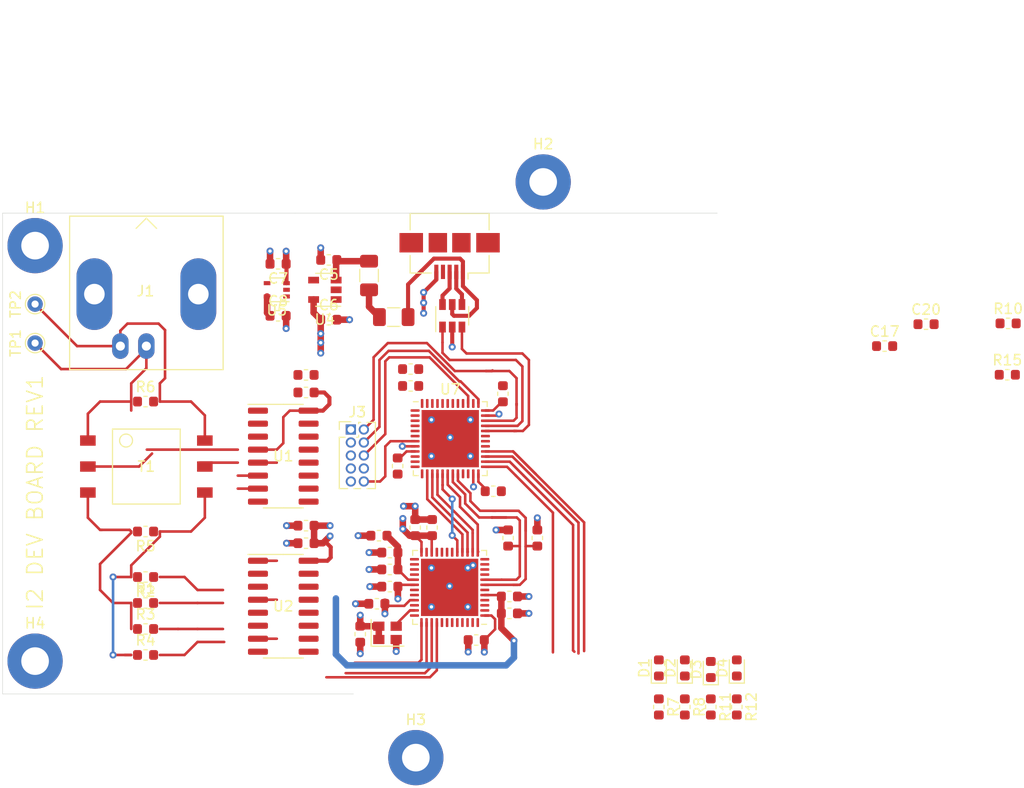
<source format=kicad_pcb>
(kicad_pcb (version 20171130) (host pcbnew 5.1.6)
  (layers (0 F.Cu signal) (1 In1.Cu power) (2 In2.Cu power) (31 B.Cu signal) (34 B.Paste user) (35 F.Paste user) (36 B.SilkS user) (37 F.SilkS user) (38 B.Mask user) (39 F.Mask user) (44 Edge.Cuts user))
  (net 0 "")
  (net 1 GND)
  (net 2 +3V3)
  (net 3 "Net-(R1-Pad2)")
  (net 4 TX+)
  (net 5 TX-)
  (net 6 "Net-(R2-Pad1)")
  (net 7 "Net-(R3-Pad2)")
  (net 8 "Net-(R4-Pad2)")
  (net 9 "Net-(J1-Pad2)")
  (net 10 "Net-(J1-Pad1)")
  (net 11 RX-)
  (net 12 RX+)
  (net 13 "Net-(C5-Pad1)")
  (net 14 +1V2)
  (net 15 +5V)
  (net 16 "Net-(F1-Pad1)")
  (net 17 USB_CONN_D-)
  (net 18 USB_CONN_D+)
  (net 19 "Net-(J2-Pad6)")
  (net 20 RX)
  (net 21 ~TX)
  (net 22 TX_ACTIVE)
  (net 23 TX_DELAY)
  (net 24 "Net-(U3-Pad35)")
  (net 25 USB_D-)
  (net 26 USB_D+)
  (net 27 ICE40_SDI)
  (net 28 ~ICE40_CS)
  (net 29 ICE40_SCK)
  (net 30 ICE40_SDO)
  (net 31 ~ICE40_CRESET)
  (net 32 ICE40_CDONE)
  (net 33 LED_STATUS)
  (net 34 STM32_BOOT0)
  (net 35 LED_TX)
  (net 36 LED_RX)
  (net 37 LED_ERROR)
  (net 38 STM32_SWO)
  (net 39 STM32_SWCLK)
  (net 40 STM32_SWDIO)
  (net 41 COAX_IRQ)
  (net 42 ~STM32_RESET)
  (net 43 "Net-(C15-Pad1)")
  (net 44 "Net-(D1-Pad1)")
  (net 45 "Net-(D2-Pad1)")
  (net 46 "Net-(D3-Pad1)")
  (net 47 "Net-(D4-Pad1)")
  (module Capacitor_SMD:C_0603_1608Metric (layer F.Cu) (at 49.276 96.8248 180)
    (fp_text reference C25)
    (fp_text value 0.1uF)
    (pad 2 smd roundrect (at 0.7875 0 180) (size 0.875 0.95) (layers F.Cu F.Paste F.Mask) (net 1 GND))
    (pad 1 smd roundrect (at -0.7875 0 180) (size 0.875 0.95) (layers F.Cu F.Paste F.Mask) (net 14 +1V2))
  )
  (module Connector_PinHeader_1.27mm:PinHeader_2x05_P1.27mm_Vertical (layer F.Cu) (at 45.466 81.4705)
    (fp_text reference J3 (at 0.635 -1.695) (layer F.SilkS))
    (fp_text value Conn_02x05_Odd_Even)
    (pad 10 thru_hole oval (at 1.27 5.08) (size 1 1) (drill 0.65) (layers *.Cu *.Mask) (net 42 ~STM32_RESET))
    (pad 9 thru_hole oval (at 0 5.08) (size 1 1) (drill 0.65) (layers *.Cu *.Mask) (net 1 GND))
    (pad 8 thru_hole oval (at 1.27 3.81) (size 1 1) (drill 0.65) (layers *.Cu *.Mask))
    (pad 7 thru_hole oval (at 0 3.81) (size 1 1) (drill 0.65) (layers *.Cu *.Mask))
    (pad 6 thru_hole oval (at 1.27 2.54) (size 1 1) (drill 0.65) (layers *.Cu *.Mask) (net 38 STM32_SWO))
    (pad 5 thru_hole oval (at 0 2.54) (size 1 1) (drill 0.65) (layers *.Cu *.Mask) (net 1 GND))
    (pad 4 thru_hole oval (at 1.27 1.27) (size 1 1) (drill 0.65) (layers *.Cu *.Mask) (net 39 STM32_SWCLK))
    (pad 3 thru_hole oval (at 0 1.27) (size 1 1) (drill 0.65) (layers *.Cu *.Mask) (net 1 GND))
    (pad 2 thru_hole oval (at 1.27 0) (size 1 1) (drill 0.65) (layers *.Cu *.Mask) (net 40 STM32_SWDIO))
    (pad 1 thru_hole rect (at 0 0) (size 1 1) (drill 0.65) (layers *.Cu *.Mask) (net 2 +3V3))
  )
  (module MountingHole:MountingHole_2.7mm_M2.5_Pad (layer F.Cu) (at 14.605 104.105)
    (fp_text reference H4 (at 0 -3.7) (layer F.SilkS))
    (fp_text value MountingHole_Pad)
    (pad 1 thru_hole circle (at 0 0) (size 5.4 5.4) (drill 2.7) (layers *.Cu *.Mask) (net 1 GND))
  )
  (module MountingHole:MountingHole_2.7mm_M2.5_Pad (layer F.Cu) (at 51.816 113.538)
    (fp_text reference H3 (at 0 -3.7) (layer F.SilkS))
    (fp_text value MountingHole_Pad)
    (pad 1 thru_hole circle (at 0 0) (size 5.4 5.4) (drill 2.7) (layers *.Cu *.Mask) (net 1 GND))
  )
  (module MountingHole:MountingHole_2.7mm_M2.5_Pad (layer F.Cu) (at 64.262 57.277)
    (fp_text reference H2 (at 0 -3.7) (layer F.SilkS))
    (fp_text value MountingHole_Pad)
    (pad 1 thru_hole circle (at 0 0) (size 5.4 5.4) (drill 2.7) (layers *.Cu *.Mask) (net 1 GND))
  )
  (module MountingHole:MountingHole_2.7mm_M2.5_Pad (layer F.Cu) (at 14.605 63.5)
    (fp_text reference H1 (at 0 -3.7) (layer F.SilkS))
    (fp_text value MountingHole_Pad)
    (pad 1 thru_hole circle (at 0 0) (size 5.4 5.4) (drill 2.7) (layers *.Cu *.Mask) (net 1 GND))
  )
  (module Resistor_SMD:R_0603_1608Metric (layer F.Cu) (at 109.62 76.12)
    (fp_text reference R15 (at 0 -1.43) (layer F.SilkS))
    (fp_text value 10k)
    (pad 2 smd roundrect (at 0.7875 0) (size 0.875 0.95) (layers F.Cu F.Paste F.Mask) (net 34 STM32_BOOT0))
    (pad 1 smd roundrect (at -0.7875 0) (size 0.875 0.95) (layers F.Cu F.Paste F.Mask) (net 2 +3V3))
  )
  (module Resistor_SMD:R_0603_1608Metric (layer F.Cu) (at 49.276 95.1484)
    (fp_text reference R14)
    (fp_text value 100)
    (pad 2 smd roundrect (at 0.7875 0) (size 0.875 0.95) (layers F.Cu F.Paste F.Mask) (net 43 "Net-(C15-Pad1)"))
    (pad 1 smd roundrect (at -0.7875 0) (size 0.875 0.95) (layers F.Cu F.Paste F.Mask) (net 14 +1V2))
  )
  (module Resistor_SMD:R_0603_1608Metric (layer F.Cu) (at 63.6905 92.075 270)
    (fp_text reference R13)
    (fp_text value 10k)
    (pad 2 smd roundrect (at 0.7875 0 270) (size 0.875 0.95) (layers F.Cu F.Paste F.Mask) (net 32 ICE40_CDONE))
    (pad 1 smd roundrect (at -0.7875 0 270) (size 0.875 0.95) (layers F.Cu F.Paste F.Mask) (net 2 +3V3))
  )
  (module Resistor_SMD:R_0603_1608Metric (layer F.Cu) (at 83.185 108.585 270)
    (fp_text reference R12 (at 0 -1.43 90) (layer F.SilkS))
    (fp_text value xxx)
    (pad 2 smd roundrect (at 0.7875 0 270) (size 0.875 0.95) (layers F.Cu F.Paste F.Mask) (net 1 GND))
    (pad 1 smd roundrect (at -0.7875 0 270) (size 0.875 0.95) (layers F.Cu F.Paste F.Mask) (net 47 "Net-(D4-Pad1)"))
  )
  (module Resistor_SMD:R_0603_1608Metric (layer F.Cu) (at 80.645 108.585 270)
    (fp_text reference R11 (at 0 -1.43 90) (layer F.SilkS))
    (fp_text value xxx)
    (pad 2 smd roundrect (at 0.7875 0 270) (size 0.875 0.95) (layers F.Cu F.Paste F.Mask) (net 1 GND))
    (pad 1 smd roundrect (at -0.7875 0 270) (size 0.875 0.95) (layers F.Cu F.Paste F.Mask) (net 46 "Net-(D3-Pad1)"))
  )
  (module Resistor_SMD:R_0603_1608Metric (layer F.Cu) (at 109.7 71.1)
    (fp_text reference R10 (at 0 -1.43) (layer F.SilkS))
    (fp_text value 10k)
    (pad 2 smd roundrect (at 0.7875 0) (size 0.875 0.95) (layers F.Cu F.Paste F.Mask) (net 1 GND))
    (pad 1 smd roundrect (at -0.7875 0) (size 0.875 0.95) (layers F.Cu F.Paste F.Mask) (net 28 ~ICE40_CS))
  )
  (module Resistor_SMD:R_0603_1608Metric (layer F.Cu) (at 60.833 92.075 270)
    (fp_text reference R9)
    (fp_text value 10k)
    (pad 2 smd roundrect (at 0.7875 0 270) (size 0.875 0.95) (layers F.Cu F.Paste F.Mask) (net 31 ~ICE40_CRESET))
    (pad 1 smd roundrect (at -0.7875 0 270) (size 0.875 0.95) (layers F.Cu F.Paste F.Mask) (net 2 +3V3))
  )
  (module Resistor_SMD:R_0603_1608Metric (layer F.Cu) (at 78.105 108.585 270)
    (fp_text reference R8 (at 0 -1.43 90) (layer F.SilkS))
    (fp_text value xxx)
    (pad 2 smd roundrect (at 0.7875 0 270) (size 0.875 0.95) (layers F.Cu F.Paste F.Mask) (net 1 GND))
    (pad 1 smd roundrect (at -0.7875 0 270) (size 0.875 0.95) (layers F.Cu F.Paste F.Mask) (net 45 "Net-(D2-Pad1)"))
  )
  (module Resistor_SMD:R_0603_1608Metric (layer F.Cu) (at 75.565 108.585 270)
    (fp_text reference R7 (at 0 -1.43 90) (layer F.SilkS))
    (fp_text value xxx)
    (pad 2 smd roundrect (at 0.7875 0 270) (size 0.875 0.95) (layers F.Cu F.Paste F.Mask) (net 1 GND))
    (pad 1 smd roundrect (at -0.7875 0 270) (size 0.875 0.95) (layers F.Cu F.Paste F.Mask) (net 44 "Net-(D1-Pad1)"))
  )
  (module Resistor_SMD:R_0603_1608Metric (layer F.Cu) (at 25.4 78.74)
    (fp_text reference R6 (at 0 -1.43) (layer F.SilkS))
    (fp_text value 120)
    (pad 2 smd roundrect (at 0.7875 0) (size 0.875 0.95) (layers F.Cu F.Paste F.Mask) (net 9 "Net-(J1-Pad2)"))
    (pad 1 smd roundrect (at -0.7875 0) (size 0.875 0.95) (layers F.Cu F.Paste F.Mask) (net 10 "Net-(J1-Pad1)"))
  )
  (module Resistor_SMD:R_0603_1608Metric (layer F.Cu) (at 25.4 91.44 180)
    (fp_text reference R5 (at 0 -1.43) (layer F.SilkS))
    (fp_text value 510)
    (pad 2 smd roundrect (at 0.7875 0 180) (size 0.875 0.95) (layers F.Cu F.Paste F.Mask) (net 4 TX+))
    (pad 1 smd roundrect (at -0.7875 0 180) (size 0.875 0.95) (layers F.Cu F.Paste F.Mask) (net 5 TX-))
  )
  (module Resistor_SMD:R_0603_1608Metric (layer F.Cu) (at 25.4 103.505)
    (fp_text reference R4 (at 0 -1.43) (layer F.SilkS))
    (fp_text value 33)
    (pad 2 smd roundrect (at 0.7875 0) (size 0.875 0.95) (layers F.Cu F.Paste F.Mask) (net 8 "Net-(R4-Pad2)"))
    (pad 1 smd roundrect (at -0.7875 0) (size 0.875 0.95) (layers F.Cu F.Paste F.Mask) (net 5 TX-))
  )
  (module Resistor_SMD:R_0603_1608Metric (layer F.Cu) (at 25.4 100.965)
    (fp_text reference R3 (at 0 -1.43) (layer F.SilkS))
    (fp_text value 33)
    (pad 2 smd roundrect (at 0.7875 0) (size 0.875 0.95) (layers F.Cu F.Paste F.Mask) (net 7 "Net-(R3-Pad2)"))
    (pad 1 smd roundrect (at -0.7875 0) (size 0.875 0.95) (layers F.Cu F.Paste F.Mask) (net 4 TX+))
  )
  (module Resistor_SMD:R_0603_1608Metric (layer F.Cu) (at 25.4 95.885 180)
    (fp_text reference R2 (at 0 -1.43) (layer F.SilkS))
    (fp_text value 150)
    (pad 2 smd roundrect (at 0.7875 0 180) (size 0.875 0.95) (layers F.Cu F.Paste F.Mask) (net 5 TX-))
    (pad 1 smd roundrect (at -0.7875 0 180) (size 0.875 0.95) (layers F.Cu F.Paste F.Mask) (net 6 "Net-(R2-Pad1)"))
  )
  (module Resistor_SMD:R_0603_1608Metric (layer F.Cu) (at 25.4 98.425)
    (fp_text reference R1 (at 0 -1.43) (layer F.SilkS))
    (fp_text value 150)
    (pad 2 smd roundrect (at 0.7875 0) (size 0.875 0.95) (layers F.Cu F.Paste F.Mask) (net 3 "Net-(R1-Pad2)"))
    (pad 1 smd roundrect (at -0.7875 0) (size 0.875 0.95) (layers F.Cu F.Paste F.Mask) (net 4 TX+))
  )
  (module LED_SMD:LED_0603_1608Metric (layer F.Cu) (at 83.185 104.775 90)
    (fp_text reference D4 (at 0 -1.43 90) (layer F.SilkS))
    (fp_text value LED)
    (pad 2 smd roundrect (at 0.7875 0 90) (size 0.875 0.95) (layers F.Cu F.Paste F.Mask) (net 37 LED_ERROR))
    (pad 1 smd roundrect (at -0.7875 0 90) (size 0.875 0.95) (layers F.Cu F.Paste F.Mask) (net 47 "Net-(D4-Pad1)"))
  )
  (module LED_SMD:LED_0603_1608Metric (layer F.Cu) (at 80.645 104.9275 90)
    (fp_text reference D3 (at 0 -1.43 90) (layer F.SilkS))
    (fp_text value LED)
    (pad 2 smd roundrect (at 0.7875 0 90) (size 0.875 0.95) (layers F.Cu F.Paste F.Mask) (net 36 LED_RX))
    (pad 1 smd roundrect (at -0.7875 0 90) (size 0.875 0.95) (layers F.Cu F.Paste F.Mask) (net 46 "Net-(D3-Pad1)"))
  )
  (module LED_SMD:LED_0603_1608Metric (layer F.Cu) (at 78.105 104.775 90)
    (fp_text reference D2 (at 0 -1.43 90) (layer F.SilkS))
    (fp_text value LED)
    (pad 2 smd roundrect (at 0.7875 0 90) (size 0.875 0.95) (layers F.Cu F.Paste F.Mask) (net 35 LED_TX))
    (pad 1 smd roundrect (at -0.7875 0 90) (size 0.875 0.95) (layers F.Cu F.Paste F.Mask) (net 45 "Net-(D2-Pad1)"))
  )
  (module LED_SMD:LED_0603_1608Metric (layer F.Cu) (at 75.565 104.775 90)
    (fp_text reference D1 (at 0 -1.43 90) (layer F.SilkS))
    (fp_text value LED)
    (pad 2 smd roundrect (at 0.7875 0 90) (size 0.875 0.95) (layers F.Cu F.Paste F.Mask) (net 33 LED_STATUS))
    (pad 1 smd roundrect (at -0.7875 0 90) (size 0.875 0.95) (layers F.Cu F.Paste F.Mask) (net 44 "Net-(D1-Pad1)"))
  )
  (module Capacitor_SMD:C_0603_1608Metric (layer F.Cu) (at 53.4035 91.059 90)
    (fp_text reference C24)
    (fp_text value 0.1uF)
    (pad 2 smd roundrect (at 0.7875 0 90) (size 0.875 0.95) (layers F.Cu F.Paste F.Mask) (net 1 GND))
    (pad 1 smd roundrect (at -0.7875 0 90) (size 0.875 0.95) (layers F.Cu F.Paste F.Mask) (net 2 +3V3))
  )
  (module Capacitor_SMD:C_0603_1608Metric (layer F.Cu) (at 48.006 98.5012 180)
    (fp_text reference C23)
    (fp_text value 0.1uF)
    (pad 2 smd roundrect (at 0.7875 0 180) (size 0.875 0.95) (layers F.Cu F.Paste F.Mask) (net 1 GND))
    (pad 1 smd roundrect (at -0.7875 0 180) (size 0.875 0.95) (layers F.Cu F.Paste F.Mask) (net 2 +3V3))
  )
  (module Capacitor_SMD:C_0603_1608Metric (layer F.Cu) (at 51.7525 91.059 90)
    (fp_text reference C22)
    (fp_text value 0.1uF)
    (pad 2 smd roundrect (at 0.7875 0 90) (size 0.875 0.95) (layers F.Cu F.Paste F.Mask) (net 1 GND))
    (pad 1 smd roundrect (at -0.7875 0 90) (size 0.875 0.95) (layers F.Cu F.Paste F.Mask) (net 2 +3V3))
  )
  (module Capacitor_SMD:C_0603_1608Metric (layer F.Cu) (at 57.7215 102.0445 180)
    (fp_text reference C21)
    (fp_text value 0.1uF)
    (pad 2 smd roundrect (at 0.7875 0 180) (size 0.875 0.95) (layers F.Cu F.Paste F.Mask) (net 1 GND))
    (pad 1 smd roundrect (at -0.7875 0 180) (size 0.875 0.95) (layers F.Cu F.Paste F.Mask) (net 2 +3V3))
  )
  (module Capacitor_SMD:C_0603_1608Metric (layer F.Cu) (at 101.68 71.18)
    (fp_text reference C20 (at 0 -1.43) (layer F.SilkS))
    (fp_text value 1uF)
    (pad 2 smd roundrect (at 0.7875 0) (size 0.875 0.95) (layers F.Cu F.Paste F.Mask) (net 1 GND))
    (pad 1 smd roundrect (at -0.7875 0) (size 0.875 0.95) (layers F.Cu F.Paste F.Mask) (net 2 +3V3))
  )
  (module Capacitor_SMD:C_0603_1608Metric (layer F.Cu) (at 60.96 97.79)
    (fp_text reference C19)
    (fp_text value 0.1uF)
    (pad 2 smd roundrect (at 0.7875 0) (size 0.875 0.95) (layers F.Cu F.Paste F.Mask) (net 1 GND))
    (pad 1 smd roundrect (at -0.7875 0) (size 0.875 0.95) (layers F.Cu F.Paste F.Mask) (net 14 +1V2))
  )
  (module Capacitor_SMD:C_0603_1608Metric (layer F.Cu) (at 60.96 99.441)
    (fp_text reference C18)
    (fp_text value 1uF)
    (pad 2 smd roundrect (at 0.7875 0) (size 0.875 0.95) (layers F.Cu F.Paste F.Mask) (net 1 GND))
    (pad 1 smd roundrect (at -0.7875 0) (size 0.875 0.95) (layers F.Cu F.Paste F.Mask) (net 14 +1V2))
  )
  (module Capacitor_SMD:C_0603_1608Metric (layer F.Cu) (at 97.63 73.32)
    (fp_text reference C17 (at 0 -1.43) (layer F.SilkS))
    (fp_text value 0.1uF)
    (pad 2 smd roundrect (at 0.7875 0) (size 0.875 0.95) (layers F.Cu F.Paste F.Mask) (net 1 GND))
    (pad 1 smd roundrect (at -0.7875 0) (size 0.875 0.95) (layers F.Cu F.Paste F.Mask) (net 42 ~STM32_RESET))
  )
  (module Capacitor_SMD:C_0603_1608Metric (layer F.Cu) (at 48.2092 91.8464 180)
    (fp_text reference C16)
    (fp_text value 0.1uF)
    (pad 2 smd roundrect (at 0.7875 0 180) (size 0.875 0.95) (layers F.Cu F.Paste F.Mask) (net 1 GND))
    (pad 1 smd roundrect (at -0.7875 0 180) (size 0.875 0.95) (layers F.Cu F.Paste F.Mask) (net 43 "Net-(C15-Pad1)"))
  )
  (module Capacitor_SMD:C_0603_1608Metric (layer F.Cu) (at 49.276 93.4974 180)
    (fp_text reference C15)
    (fp_text value 10uF)
    (pad 2 smd roundrect (at 0.7875 0 180) (size 0.875 0.95) (layers F.Cu F.Paste F.Mask) (net 1 GND))
    (pad 1 smd roundrect (at -0.7875 0 180) (size 0.875 0.95) (layers F.Cu F.Paste F.Mask) (net 43 "Net-(C15-Pad1)"))
  )
  (module Capacitor_SMD:C_0603_1608Metric (layer F.Cu) (at 46.3804 101.473 270)
    (fp_text reference C14)
    (fp_text value 0.1uF)
    (pad 2 smd roundrect (at 0.7875 0 270) (size 0.875 0.95) (layers F.Cu F.Paste F.Mask) (net 1 GND))
    (pad 1 smd roundrect (at -0.7875 0 270) (size 0.875 0.95) (layers F.Cu F.Paste F.Mask) (net 2 +3V3))
  )
  (module Capacitor_SMD:C_0603_1608Metric (layer F.Cu) (at 51.308 77.216 180)
    (fp_text reference C13)
    (fp_text value 0.1uF)
    (pad 2 smd roundrect (at 0.7875 0 180) (size 0.875 0.95) (layers F.Cu F.Paste F.Mask) (net 1 GND))
    (pad 1 smd roundrect (at -0.7875 0 180) (size 0.875 0.95) (layers F.Cu F.Paste F.Mask) (net 2 +3V3))
  )
  (module Capacitor_SMD:C_0603_1608Metric (layer F.Cu) (at 60.325 77.978 90)
    (fp_text reference C12)
    (fp_text value 0.1uF)
    (pad 2 smd roundrect (at 0.7875 0 90) (size 0.875 0.95) (layers F.Cu F.Paste F.Mask) (net 1 GND))
    (pad 1 smd roundrect (at -0.7875 0 90) (size 0.875 0.95) (layers F.Cu F.Paste F.Mask) (net 2 +3V3))
  )
  (module Capacitor_SMD:C_0603_1608Metric (layer F.Cu) (at 59.3852 87.503)
    (fp_text reference C11)
    (fp_text value 0.1uF)
    (pad 2 smd roundrect (at 0.7875 0) (size 0.875 0.95) (layers F.Cu F.Paste F.Mask) (net 1 GND))
    (pad 1 smd roundrect (at -0.7875 0) (size 0.875 0.95) (layers F.Cu F.Paste F.Mask) (net 2 +3V3))
  )
  (module Capacitor_SMD:C_0603_1608Metric (layer F.Cu) (at 50.038 85.0392 270)
    (fp_text reference C10)
    (fp_text value 0.1uF)
    (pad 2 smd roundrect (at 0.7875 0 270) (size 0.875 0.95) (layers F.Cu F.Paste F.Mask) (net 1 GND))
    (pad 1 smd roundrect (at -0.7875 0 270) (size 0.875 0.95) (layers F.Cu F.Paste F.Mask) (net 2 +3V3))
  )
  (module Capacitor_SMD:C_0603_1608Metric (layer F.Cu) (at 51.308 75.565 180)
    (fp_text reference C9)
    (fp_text value 1uF)
    (pad 2 smd roundrect (at 0.7875 0 180) (size 0.875 0.95) (layers F.Cu F.Paste F.Mask) (net 1 GND))
    (pad 1 smd roundrect (at -0.7875 0 180) (size 0.875 0.95) (layers F.Cu F.Paste F.Mask) (net 2 +3V3))
  )
  (module Capacitor_SMD:C_0603_1608Metric (layer F.Cu) (at 38.354 70.358)
    (fp_text reference C8 (at 0 -1.43) (layer F.SilkS))
    (fp_text value 1uF)
    (pad 2 smd roundrect (at 0.7875 0) (size 0.875 0.95) (layers F.Cu F.Paste F.Mask) (net 1 GND))
    (pad 1 smd roundrect (at -0.7875 0) (size 0.875 0.95) (layers F.Cu F.Paste F.Mask) (net 14 +1V2))
  )
  (module Capacitor_SMD:C_0603_1608Metric (layer F.Cu) (at 38.354 65.278 180)
    (fp_text reference C7 (at 0 -1.43) (layer F.SilkS))
    (fp_text value 1uF)
    (pad 2 smd roundrect (at 0.7875 0 180) (size 0.875 0.95) (layers F.Cu F.Paste F.Mask) (net 1 GND))
    (pad 1 smd roundrect (at -0.7875 0 180) (size 0.875 0.95) (layers F.Cu F.Paste F.Mask) (net 2 +3V3))
  )
  (module Capacitor_SMD:C_0603_1608Metric (layer F.Cu) (at 43.307 70.739)
    (fp_text reference C6 (at 0 -1.43) (layer F.SilkS))
    (fp_text value 1uF)
    (pad 2 smd roundrect (at 0.7875 0) (size 0.875 0.95) (layers F.Cu F.Paste F.Mask) (net 1 GND))
    (pad 1 smd roundrect (at -0.7875 0) (size 0.875 0.95) (layers F.Cu F.Paste F.Mask) (net 2 +3V3))
  )
  (module Capacitor_SMD:C_0603_1608Metric (layer F.Cu) (at 43.307 64.897 180)
    (fp_text reference C5 (at 0 -1.43) (layer F.SilkS))
    (fp_text value 1uF)
    (pad 2 smd roundrect (at 0.7875 0 180) (size 0.875 0.95) (layers F.Cu F.Paste F.Mask) (net 1 GND))
    (pad 1 smd roundrect (at -0.7875 0 180) (size 0.875 0.95) (layers F.Cu F.Paste F.Mask) (net 13 "Net-(C5-Pad1)"))
  )
  (module Capacitor_SMD:C_0603_1608Metric (layer F.Cu) (at 41.0845 90.8685 180)
    (fp_text reference C4)
    (fp_text value 0.01uF)
    (pad 2 smd roundrect (at 0.7875 0 180) (size 0.875 0.95) (layers F.Cu F.Paste F.Mask) (net 1 GND))
    (pad 1 smd roundrect (at -0.7875 0 180) (size 0.875 0.95) (layers F.Cu F.Paste F.Mask) (net 2 +3V3))
  )
  (module Capacitor_SMD:C_0603_1608Metric (layer F.Cu) (at 41.0845 76.1365 180)
    (fp_text reference C3)
    (fp_text value 0.01uF)
    (pad 2 smd roundrect (at 0.7875 0 180) (size 0.875 0.95) (layers F.Cu F.Paste F.Mask) (net 1 GND))
    (pad 1 smd roundrect (at -0.7875 0 180) (size 0.875 0.95) (layers F.Cu F.Paste F.Mask) (net 2 +3V3))
  )
  (module Capacitor_SMD:C_0603_1608Metric (layer F.Cu) (at 41.0845 92.583 180)
    (fp_text reference C2)
    (fp_text value 0.1uF)
    (pad 2 smd roundrect (at 0.7875 0 180) (size 0.875 0.95) (layers F.Cu F.Paste F.Mask) (net 1 GND))
    (pad 1 smd roundrect (at -0.7875 0 180) (size 0.875 0.95) (layers F.Cu F.Paste F.Mask) (net 2 +3V3))
  )
  (module Capacitor_SMD:C_0603_1608Metric (layer F.Cu) (at 41.0845 77.851 180)
    (fp_text reference C1)
    (fp_text value 0.1uF)
    (pad 2 smd roundrect (at 0.7875 0 180) (size 0.875 0.95) (layers F.Cu F.Paste F.Mask) (net 1 GND))
    (pad 1 smd roundrect (at -0.7875 0 180) (size 0.875 0.95) (layers F.Cu F.Paste F.Mask) (net 2 +3V3))
  )
  (module Oscillator:Oscillator_SMD_SeikoEpson_SG210-4Pin_2.5x2.0mm (layer F.Cu) (at 49.0474 101.346)
    (fp_text reference X1)
    (fp_text value SG-8002LB)
    (pad 4 smd rect (at -0.85 -0.65) (size 1.1 0.9) (layers F.Cu F.Paste F.Mask) (net 2 +3V3))
    (pad 3 smd rect (at 0.85 -0.65) (size 1.1 0.9) (layers F.Cu F.Paste F.Mask) (net 24 "Net-(U3-Pad35)"))
    (pad 2 smd rect (at 0.85 0.65) (size 1.1 0.9) (layers F.Cu F.Paste F.Mask) (net 1 GND))
    (pad 1 smd rect (at -0.85 0.65) (size 1.1 0.9) (layers F.Cu F.Paste F.Mask) (net 2 +3V3))
  )
  (module Package_DFN_QFN:QFN-48-1EP_7x7mm_P0.5mm_EP5.6x5.6mm (layer F.Cu) (at 55.18 82.364)
    (fp_text reference U7 (at 0 -4.82) (layer F.SilkS))
    (fp_text value STM32L443CCUx)
    (pad 49 smd rect (at 0 0) (size 5.6 5.6) (layers F.Cu F.Mask) (net 1 GND))
    (pad 48 smd roundrect (at -2.75 -3.4375) (size 0.25 0.875) (layers F.Cu F.Paste F.Mask) (net 2 +3V3))
    (pad 47 smd roundrect (at -2.25 -3.4375) (size 0.25 0.875) (layers F.Cu F.Paste F.Mask) (net 1 GND))
    (pad 46 smd roundrect (at -1.75 -3.4375) (size 0.25 0.875) (layers F.Cu F.Paste F.Mask))
    (pad 45 smd roundrect (at -1.25 -3.4375) (size 0.25 0.875) (layers F.Cu F.Paste F.Mask))
    (pad 44 smd roundrect (at -0.75 -3.4375) (size 0.25 0.875) (layers F.Cu F.Paste F.Mask) (net 34 STM32_BOOT0))
    (pad 43 smd roundrect (at -0.25 -3.4375) (size 0.25 0.875) (layers F.Cu F.Paste F.Mask))
    (pad 42 smd roundrect (at 0.25 -3.4375) (size 0.25 0.875) (layers F.Cu F.Paste F.Mask))
    (pad 41 smd roundrect (at 0.75 -3.4375) (size 0.25 0.875) (layers F.Cu F.Paste F.Mask))
    (pad 40 smd roundrect (at 1.25 -3.4375) (size 0.25 0.875) (layers F.Cu F.Paste F.Mask))
    (pad 39 smd roundrect (at 1.75 -3.4375) (size 0.25 0.875) (layers F.Cu F.Paste F.Mask) (net 38 STM32_SWO))
    (pad 38 smd roundrect (at 2.25 -3.4375) (size 0.25 0.875) (layers F.Cu F.Paste F.Mask))
    (pad 37 smd roundrect (at 2.75 -3.4375) (size 0.25 0.875) (layers F.Cu F.Paste F.Mask) (net 39 STM32_SWCLK))
    (pad 36 smd roundrect (at 3.4375 -2.75) (size 0.875 0.25) (layers F.Cu F.Paste F.Mask) (net 2 +3V3))
    (pad 35 smd roundrect (at 3.4375 -2.25) (size 0.875 0.25) (layers F.Cu F.Paste F.Mask) (net 1 GND))
    (pad 34 smd roundrect (at 3.4375 -1.75) (size 0.875 0.25) (layers F.Cu F.Paste F.Mask) (net 40 STM32_SWDIO))
    (pad 33 smd roundrect (at 3.4375 -1.25) (size 0.875 0.25) (layers F.Cu F.Paste F.Mask) (net 26 USB_D+))
    (pad 32 smd roundrect (at 3.4375 -0.75) (size 0.875 0.25) (layers F.Cu F.Paste F.Mask) (net 25 USB_D-))
    (pad 31 smd roundrect (at 3.4375 -0.25) (size 0.875 0.25) (layers F.Cu F.Paste F.Mask))
    (pad 30 smd roundrect (at 3.4375 0.25) (size 0.875 0.25) (layers F.Cu F.Paste F.Mask))
    (pad 29 smd roundrect (at 3.4375 0.75) (size 0.875 0.25) (layers F.Cu F.Paste F.Mask))
    (pad 28 smd roundrect (at 3.4375 1.25) (size 0.875 0.25) (layers F.Cu F.Paste F.Mask) (net 37 LED_ERROR))
    (pad 27 smd roundrect (at 3.4375 1.75) (size 0.875 0.25) (layers F.Cu F.Paste F.Mask) (net 36 LED_RX))
    (pad 26 smd roundrect (at 3.4375 2.25) (size 0.875 0.25) (layers F.Cu F.Paste F.Mask) (net 35 LED_TX))
    (pad 25 smd roundrect (at 3.4375 2.75) (size 0.875 0.25) (layers F.Cu F.Paste F.Mask) (net 33 LED_STATUS))
    (pad 24 smd roundrect (at 2.75 3.4375) (size 0.25 0.875) (layers F.Cu F.Paste F.Mask) (net 2 +3V3))
    (pad 23 smd roundrect (at 2.25 3.4375) (size 0.25 0.875) (layers F.Cu F.Paste F.Mask) (net 1 GND))
    (pad 22 smd roundrect (at 1.75 3.4375) (size 0.25 0.875) (layers F.Cu F.Paste F.Mask))
    (pad 21 smd roundrect (at 1.25 3.4375) (size 0.25 0.875) (layers F.Cu F.Paste F.Mask))
    (pad 20 smd roundrect (at 0.75 3.4375) (size 0.25 0.875) (layers F.Cu F.Paste F.Mask) (net 32 ICE40_CDONE))
    (pad 19 smd roundrect (at 0.25 3.4375) (size 0.25 0.875) (layers F.Cu F.Paste F.Mask) (net 31 ~ICE40_CRESET))
    (pad 18 smd roundrect (at -0.25 3.4375) (size 0.25 0.875) (layers F.Cu F.Paste F.Mask) (net 41 COAX_IRQ))
    (pad 17 smd roundrect (at -0.75 3.4375) (size 0.25 0.875) (layers F.Cu F.Paste F.Mask) (net 27 ICE40_SDI))
    (pad 16 smd roundrect (at -1.25 3.4375) (size 0.25 0.875) (layers F.Cu F.Paste F.Mask) (net 30 ICE40_SDO))
    (pad 15 smd roundrect (at -1.75 3.4375) (size 0.25 0.875) (layers F.Cu F.Paste F.Mask) (net 29 ICE40_SCK))
    (pad 14 smd roundrect (at -2.25 3.4375) (size 0.25 0.875) (layers F.Cu F.Paste F.Mask) (net 28 ~ICE40_CS))
    (pad 13 smd roundrect (at -2.75 3.4375) (size 0.25 0.875) (layers F.Cu F.Paste F.Mask))
    (pad 12 smd roundrect (at -3.4375 2.75) (size 0.875 0.25) (layers F.Cu F.Paste F.Mask))
    (pad 11 smd roundrect (at -3.4375 2.25) (size 0.875 0.25) (layers F.Cu F.Paste F.Mask))
    (pad 10 smd roundrect (at -3.4375 1.75) (size 0.875 0.25) (layers F.Cu F.Paste F.Mask))
    (pad 9 smd roundrect (at -3.4375 1.25) (size 0.875 0.25) (layers F.Cu F.Paste F.Mask) (net 2 +3V3))
    (pad 8 smd roundrect (at -3.4375 0.75) (size 0.875 0.25) (layers F.Cu F.Paste F.Mask) (net 1 GND))
    (pad 7 smd roundrect (at -3.4375 0.25) (size 0.875 0.25) (layers F.Cu F.Paste F.Mask) (net 42 ~STM32_RESET))
    (pad 6 smd roundrect (at -3.4375 -0.25) (size 0.875 0.25) (layers F.Cu F.Paste F.Mask))
    (pad 5 smd roundrect (at -3.4375 -0.75) (size 0.875 0.25) (layers F.Cu F.Paste F.Mask))
    (pad 4 smd roundrect (at -3.4375 -1.25) (size 0.875 0.25) (layers F.Cu F.Paste F.Mask))
    (pad 3 smd roundrect (at -3.4375 -1.75) (size 0.875 0.25) (layers F.Cu F.Paste F.Mask))
    (pad 2 smd roundrect (at -3.4375 -2.25) (size 0.875 0.25) (layers F.Cu F.Paste F.Mask))
    (pad 1 smd roundrect (at -3.4375 -2.75) (size 0.875 0.25) (layers F.Cu F.Paste F.Mask) (net 2 +3V3))
  )
  (module Connector_USB:USB_Micro-B_Amphenol_10104110_Horizontal (layer F.Cu) (at 55.118 64.516 180)
    (fp_text reference J2)
    (fp_text value USB_B_Micro)
    (pad 1 smd rect (at -1.3 -1.55 180) (size 0.4 1.4) (layers F.Cu F.Paste F.Mask) (net 15 +5V))
    (pad 2 smd rect (at -0.65 -1.55 180) (size 0.4 1.4) (layers F.Cu F.Paste F.Mask) (net 17 USB_CONN_D-))
    (pad 3 smd rect (at 0 -1.55 180) (size 0.4 1.4) (layers F.Cu F.Paste F.Mask) (net 18 USB_CONN_D+))
    (pad 4 smd rect (at 0.65 -1.55 180) (size 0.4 1.4) (layers F.Cu F.Paste F.Mask))
    (pad 5 smd rect (at 1.3 -1.55 180) (size 0.4 1.4) (layers F.Cu F.Paste F.Mask) (net 1 GND))
    (pad 6 smd rect (at -3.75 1.3 180) (size 2.3 1.9) (layers F.Cu F.Paste F.Mask) (net 19 "Net-(J2-Pad6)"))
    (pad 6 smd rect (at 3.75 1.3 180) (size 2.3 1.9) (layers F.Cu F.Paste F.Mask) (net 19 "Net-(J2-Pad6)"))
    (pad 6 smd rect (at -1.15 1.3 180) (size 1.8 1.9) (layers F.Cu F.Paste F.Mask) (net 19 "Net-(J2-Pad6)"))
    (pad 6 smd rect (at 1.15 1.3 180) (size 1.8 1.9) (layers F.Cu F.Paste F.Mask) (net 19 "Net-(J2-Pad6)"))
  )
  (module Package_TO_SOT_SMD:SOT-23-6 (layer F.Cu) (at 55.372 70.358 90)
    (fp_text reference U6)
    (fp_text value USBLC6-2SC6)
    (pad 5 smd rect (at 1.1 0 90) (size 1.06 0.65) (layers F.Cu F.Paste F.Mask) (net 15 +5V))
    (pad 6 smd rect (at 1.1 -0.95 90) (size 1.06 0.65) (layers F.Cu F.Paste F.Mask) (net 18 USB_CONN_D+))
    (pad 4 smd rect (at 1.1 0.95 90) (size 1.06 0.65) (layers F.Cu F.Paste F.Mask) (net 17 USB_CONN_D-))
    (pad 3 smd rect (at -1.1 0.95 90) (size 1.06 0.65) (layers F.Cu F.Paste F.Mask) (net 25 USB_D-))
    (pad 2 smd rect (at -1.1 0 90) (size 1.06 0.65) (layers F.Cu F.Paste F.Mask) (net 1 GND))
    (pad 1 smd rect (at -1.1 -0.95 90) (size 1.06 0.65) (layers F.Cu F.Paste F.Mask) (net 26 USB_D+))
  )
  (module Package_TO_SOT_SMD:SOT-353_SC-70-5 (layer F.Cu) (at 38.227 67.818 180)
    (fp_text reference U5 (at 0 -2) (layer F.SilkS))
    (fp_text value MIC5365-3.3YC5)
    (pad 5 smd rect (at 0.95 -0.65 180) (size 0.65 0.4) (layers F.Cu F.Paste F.Mask) (net 14 +1V2))
    (pad 4 smd rect (at 0.95 0.65 180) (size 0.65 0.4) (layers F.Cu F.Paste F.Mask))
    (pad 2 smd rect (at -0.95 0 180) (size 0.65 0.4) (layers F.Cu F.Paste F.Mask) (net 1 GND))
    (pad 3 smd rect (at -0.95 0.65 180) (size 0.65 0.4) (layers F.Cu F.Paste F.Mask) (net 2 +3V3))
    (pad 1 smd rect (at -0.95 -0.65 180) (size 0.65 0.4) (layers F.Cu F.Paste F.Mask) (net 2 +3V3))
  )
  (module Package_TO_SOT_SMD:SOT-23-5 (layer F.Cu) (at 42.926 67.818 180)
    (fp_text reference U4 (at 0 -2.9) (layer F.SilkS))
    (fp_text value MIC5504-3.3YM5)
    (pad 5 smd rect (at 1.1 -0.95 180) (size 1.06 0.65) (layers F.Cu F.Paste F.Mask) (net 2 +3V3))
    (pad 4 smd rect (at 1.1 0.95 180) (size 1.06 0.65) (layers F.Cu F.Paste F.Mask))
    (pad 3 smd rect (at -1.1 0.95 180) (size 1.06 0.65) (layers F.Cu F.Paste F.Mask) (net 13 "Net-(C5-Pad1)"))
    (pad 2 smd rect (at -1.1 0 180) (size 1.06 0.65) (layers F.Cu F.Paste F.Mask) (net 1 GND))
    (pad 1 smd rect (at -1.1 -0.95 180) (size 1.06 0.65) (layers F.Cu F.Paste F.Mask) (net 13 "Net-(C5-Pad1)"))
  )
  (module Fuse:Fuse_1206_3216Metric (layer F.Cu) (at 47.244 66.421 270)
    (fp_text reference FB1)
    (fp_text value Ferrite_Bead)
    (pad 2 smd roundrect (at 1.4 0 270) (size 1.25 1.75) (layers F.Cu F.Paste F.Mask) (roundrect_rratio 0.2) (net 16 "Net-(F1-Pad1)"))
    (pad 1 smd roundrect (at -1.4 0 270) (size 1.25 1.75) (layers F.Cu F.Paste F.Mask) (roundrect_rratio 0.2) (net 13 "Net-(C5-Pad1)"))
  )
  (module Fuse:Fuse_1206_3216Metric (layer F.Cu) (at 49.657 70.485)
    (fp_text reference F1)
    (fp_text value Fuse)
    (pad 2 smd roundrect (at 1.4 0) (size 1.25 1.75) (layers F.Cu F.Paste F.Mask) (roundrect_rratio 0.2) (net 15 +5V))
    (pad 1 smd roundrect (at -1.4 0) (size 1.25 1.75) (layers F.Cu F.Paste F.Mask) (roundrect_rratio 0.2) (net 16 "Net-(F1-Pad1)"))
  )
  (module Package_DFN_QFN:QFN-48-1EP_7x7mm_P0.5mm_EP5.6x5.6mm (layer F.Cu) (at 55.118 96.901 180)
    (fp_text reference U3)
    (fp_text value ICE40UP5K-SG48I)
    (pad 49 smd rect (at 0 0 180) (size 5.6 5.6) (layers F.Cu F.Mask) (net 1 GND))
    (pad 48 smd roundrect (at -2.75 -3.4375 180) (size 0.25 0.875) (layers F.Cu F.Paste F.Mask))
    (pad 47 smd roundrect (at -2.25 -3.4375 180) (size 0.25 0.875) (layers F.Cu F.Paste F.Mask))
    (pad 46 smd roundrect (at -1.75 -3.4375 180) (size 0.25 0.875) (layers F.Cu F.Paste F.Mask))
    (pad 45 smd roundrect (at -1.25 -3.4375 180) (size 0.25 0.875) (layers F.Cu F.Paste F.Mask))
    (pad 44 smd roundrect (at -0.75 -3.4375 180) (size 0.25 0.875) (layers F.Cu F.Paste F.Mask))
    (pad 43 smd roundrect (at -0.25 -3.4375 180) (size 0.25 0.875) (layers F.Cu F.Paste F.Mask))
    (pad 42 smd roundrect (at 0.25 -3.4375 180) (size 0.25 0.875) (layers F.Cu F.Paste F.Mask))
    (pad 41 smd roundrect (at 0.75 -3.4375 180) (size 0.25 0.875) (layers F.Cu F.Paste F.Mask))
    (pad 40 smd roundrect (at 1.25 -3.4375 180) (size 0.25 0.875) (layers F.Cu F.Paste F.Mask) (net 21 ~TX))
    (pad 39 smd roundrect (at 1.75 -3.4375 180) (size 0.25 0.875) (layers F.Cu F.Paste F.Mask) (net 22 TX_ACTIVE))
    (pad 38 smd roundrect (at 2.25 -3.4375 180) (size 0.25 0.875) (layers F.Cu F.Paste F.Mask) (net 23 TX_DELAY))
    (pad 37 smd roundrect (at 2.75 -3.4375 180) (size 0.25 0.875) (layers F.Cu F.Paste F.Mask) (net 20 RX))
    (pad 36 smd roundrect (at 3.4375 -2.75 180) (size 0.875 0.25) (layers F.Cu F.Paste F.Mask))
    (pad 35 smd roundrect (at 3.4375 -2.25 180) (size 0.875 0.25) (layers F.Cu F.Paste F.Mask) (net 24 "Net-(U3-Pad35)"))
    (pad 34 smd roundrect (at 3.4375 -1.75 180) (size 0.875 0.25) (layers F.Cu F.Paste F.Mask))
    (pad 33 smd roundrect (at 3.4375 -1.25 180) (size 0.875 0.25) (layers F.Cu F.Paste F.Mask) (net 2 +3V3))
    (pad 32 smd roundrect (at 3.4375 -0.75 180) (size 0.875 0.25) (layers F.Cu F.Paste F.Mask))
    (pad 31 smd roundrect (at 3.4375 -0.25 180) (size 0.875 0.25) (layers F.Cu F.Paste F.Mask))
    (pad 30 smd roundrect (at 3.4375 0.25 180) (size 0.875 0.25) (layers F.Cu F.Paste F.Mask) (net 14 +1V2))
    (pad 29 smd roundrect (at 3.4375 0.75 180) (size 0.875 0.25) (layers F.Cu F.Paste F.Mask) (net 43 "Net-(C15-Pad1)"))
    (pad 28 smd roundrect (at 3.4375 1.25 180) (size 0.875 0.25) (layers F.Cu F.Paste F.Mask))
    (pad 27 smd roundrect (at 3.4375 1.75 180) (size 0.875 0.25) (layers F.Cu F.Paste F.Mask))
    (pad 26 smd roundrect (at 3.4375 2.25 180) (size 0.875 0.25) (layers F.Cu F.Paste F.Mask))
    (pad 25 smd roundrect (at 3.4375 2.75 180) (size 0.875 0.25) (layers F.Cu F.Paste F.Mask))
    (pad 24 smd roundrect (at 2.75 3.4375 180) (size 0.25 0.875) (layers F.Cu F.Paste F.Mask) (net 2 +3V3))
    (pad 23 smd roundrect (at 2.25 3.4375 180) (size 0.25 0.875) (layers F.Cu F.Paste F.Mask))
    (pad 22 smd roundrect (at 1.75 3.4375 180) (size 0.25 0.875) (layers F.Cu F.Paste F.Mask) (net 2 +3V3))
    (pad 21 smd roundrect (at 1.25 3.4375 180) (size 0.25 0.875) (layers F.Cu F.Paste F.Mask))
    (pad 20 smd roundrect (at 0.75 3.4375 180) (size 0.25 0.875) (layers F.Cu F.Paste F.Mask))
    (pad 19 smd roundrect (at 0.25 3.4375 180) (size 0.25 0.875) (layers F.Cu F.Paste F.Mask))
    (pad 18 smd roundrect (at -0.25 3.4375 180) (size 0.25 0.875) (layers F.Cu F.Paste F.Mask))
    (pad 17 smd roundrect (at -0.75 3.4375 180) (size 0.25 0.875) (layers F.Cu F.Paste F.Mask) (net 27 ICE40_SDI))
    (pad 16 smd roundrect (at -1.25 3.4375 180) (size 0.25 0.875) (layers F.Cu F.Paste F.Mask) (net 28 ~ICE40_CS))
    (pad 15 smd roundrect (at -1.75 3.4375 180) (size 0.25 0.875) (layers F.Cu F.Paste F.Mask) (net 29 ICE40_SCK))
    (pad 14 smd roundrect (at -2.25 3.4375 180) (size 0.25 0.875) (layers F.Cu F.Paste F.Mask) (net 30 ICE40_SDO))
    (pad 13 smd roundrect (at -2.75 3.4375 180) (size 0.25 0.875) (layers F.Cu F.Paste F.Mask) (net 41 COAX_IRQ))
    (pad 12 smd roundrect (at -3.4375 2.75 180) (size 0.875 0.25) (layers F.Cu F.Paste F.Mask))
    (pad 11 smd roundrect (at -3.4375 2.25 180) (size 0.875 0.25) (layers F.Cu F.Paste F.Mask))
    (pad 10 smd roundrect (at -3.4375 1.75 180) (size 0.875 0.25) (layers F.Cu F.Paste F.Mask))
    (pad 9 smd roundrect (at -3.4375 1.25 180) (size 0.875 0.25) (layers F.Cu F.Paste F.Mask))
    (pad 8 smd roundrect (at -3.4375 0.75 180) (size 0.875 0.25) (layers F.Cu F.Paste F.Mask) (net 31 ~ICE40_CRESET))
    (pad 7 smd roundrect (at -3.4375 0.25 180) (size 0.875 0.25) (layers F.Cu F.Paste F.Mask) (net 32 ICE40_CDONE))
    (pad 6 smd roundrect (at -3.4375 -0.25 180) (size 0.875 0.25) (layers F.Cu F.Paste F.Mask))
    (pad 5 smd roundrect (at -3.4375 -0.75 180) (size 0.875 0.25) (layers F.Cu F.Paste F.Mask) (net 14 +1V2))
    (pad 4 smd roundrect (at -3.4375 -1.25 180) (size 0.875 0.25) (layers F.Cu F.Paste F.Mask))
    (pad 3 smd roundrect (at -3.4375 -1.75 180) (size 0.875 0.25) (layers F.Cu F.Paste F.Mask))
    (pad 2 smd roundrect (at -3.4375 -2.25 180) (size 0.875 0.25) (layers F.Cu F.Paste F.Mask))
    (pad 1 smd roundrect (at -3.4375 -2.75 180) (size 0.875 0.25) (layers F.Cu F.Paste F.Mask) (net 2 +3V3))
  )
  (module Package_SO:SOIC-16_3.9x9.9mm_P1.27mm (layer F.Cu) (at 38.862 98.7425)
    (fp_text reference U2 (at 0 0) (layer F.SilkS))
    (fp_text value DS34LV87T)
    (pad 16 smd roundrect (at 2.475 -4.445) (size 1.95 0.6) (layers F.Cu F.Paste F.Mask) (net 2 +3V3))
    (pad 15 smd roundrect (at 2.475 -3.175) (size 1.95 0.6) (layers F.Cu F.Paste F.Mask) (net 1 GND))
    (pad 14 smd roundrect (at 2.475 -1.905) (size 1.95 0.6) (layers F.Cu F.Paste F.Mask))
    (pad 13 smd roundrect (at 2.475 -0.635) (size 1.95 0.6) (layers F.Cu F.Paste F.Mask))
    (pad 12 smd roundrect (at 2.475 0.635) (size 1.95 0.6) (layers F.Cu F.Paste F.Mask) (net 1 GND))
    (pad 11 smd roundrect (at 2.475 1.905) (size 1.95 0.6) (layers F.Cu F.Paste F.Mask))
    (pad 10 smd roundrect (at 2.475 3.175) (size 1.95 0.6) (layers F.Cu F.Paste F.Mask))
    (pad 9 smd roundrect (at 2.475 4.445) (size 1.95 0.6) (layers F.Cu F.Paste F.Mask) (net 1 GND))
    (pad 8 smd roundrect (at -2.475 4.445) (size 1.95 0.6) (layers F.Cu F.Paste F.Mask) (net 1 GND))
    (pad 7 smd roundrect (at -2.475 3.175) (size 1.95 0.6) (layers F.Cu F.Paste F.Mask) (net 21 ~TX))
    (pad 6 smd roundrect (at -2.475 1.905) (size 1.95 0.6) (layers F.Cu F.Paste F.Mask) (net 8 "Net-(R4-Pad2)"))
    (pad 5 smd roundrect (at -2.475 0.635) (size 1.95 0.6) (layers F.Cu F.Paste F.Mask) (net 7 "Net-(R3-Pad2)"))
    (pad 4 smd roundrect (at -2.475 -0.635) (size 1.95 0.6) (layers F.Cu F.Paste F.Mask) (net 22 TX_ACTIVE))
    (pad 3 smd roundrect (at -2.475 -1.905) (size 1.95 0.6) (layers F.Cu F.Paste F.Mask) (net 3 "Net-(R1-Pad2)"))
    (pad 2 smd roundrect (at -2.475 -3.175) (size 1.95 0.6) (layers F.Cu F.Paste F.Mask) (net 6 "Net-(R2-Pad1)"))
    (pad 1 smd roundrect (at -2.475 -4.445) (size 1.95 0.6) (layers F.Cu F.Paste F.Mask) (net 23 TX_DELAY))
  )
  (module TestPoint:TestPoint_THTPad_D1.5mm_Drill0.7mm (layer F.Cu) (at 14.605 69.215)
    (fp_text reference TP2 (at -1.905 0 90) (layer F.SilkS))
    (fp_text value TestPoint)
    (pad 1 thru_hole circle (at 0 0) (size 1.5 1.5) (drill 0.7) (layers *.Cu *.Mask) (net 9 "Net-(J1-Pad2)"))
  )
  (module TestPoint:TestPoint_THTPad_D1.5mm_Drill0.7mm (layer F.Cu) (at 14.605 73.025)
    (fp_text reference TP1 (at -1.905 0 90) (layer F.SilkS))
    (fp_text value TestPoint)
    (pad 1 thru_hole circle (at 0 0) (size 1.5 1.5) (drill 0.7) (layers *.Cu *.Mask) (net 10 "Net-(J1-Pad1)"))
  )
  (module Package_SO:SOIC-16_3.9x9.9mm_P1.27mm (layer F.Cu) (at 38.862 84.074)
    (fp_text reference U1 (at 0 0 180) (layer F.SilkS))
    (fp_text value DS34LV86T)
    (pad 16 smd roundrect (at 2.475 -4.445) (size 1.95 0.6) (layers F.Cu F.Paste F.Mask) (net 2 +3V3))
    (pad 15 smd roundrect (at 2.475 -3.175) (size 1.95 0.6) (layers F.Cu F.Paste F.Mask) (net 1 GND))
    (pad 14 smd roundrect (at 2.475 -1.905) (size 1.95 0.6) (layers F.Cu F.Paste F.Mask) (net 1 GND))
    (pad 13 smd roundrect (at 2.475 -0.635) (size 1.95 0.6) (layers F.Cu F.Paste F.Mask))
    (pad 12 smd roundrect (at 2.475 0.635) (size 1.95 0.6) (layers F.Cu F.Paste F.Mask) (net 1 GND))
    (pad 11 smd roundrect (at 2.475 1.905) (size 1.95 0.6) (layers F.Cu F.Paste F.Mask))
    (pad 10 smd roundrect (at 2.475 3.175) (size 1.95 0.6) (layers F.Cu F.Paste F.Mask) (net 1 GND))
    (pad 9 smd roundrect (at 2.475 4.445) (size 1.95 0.6) (layers F.Cu F.Paste F.Mask) (net 1 GND))
    (pad 8 smd roundrect (at -2.475 4.445) (size 1.95 0.6) (layers F.Cu F.Paste F.Mask) (net 1 GND))
    (pad 7 smd roundrect (at -2.475 3.175) (size 1.95 0.6) (layers F.Cu F.Paste F.Mask) (net 11 RX-))
    (pad 6 smd roundrect (at -2.475 1.905) (size 1.95 0.6) (layers F.Cu F.Paste F.Mask) (net 12 RX+))
    (pad 5 smd roundrect (at -2.475 0.635) (size 1.95 0.6) (layers F.Cu F.Paste F.Mask) (net 20 RX))
    (pad 4 smd roundrect (at -2.475 -0.635) (size 1.95 0.6) (layers F.Cu F.Paste F.Mask) (net 2 +3V3))
    (pad 3 smd roundrect (at -2.475 -1.905) (size 1.95 0.6) (layers F.Cu F.Paste F.Mask))
    (pad 2 smd roundrect (at -2.475 -3.175) (size 1.95 0.6) (layers F.Cu F.Paste F.Mask) (net 1 GND))
    (pad 1 smd roundrect (at -2.475 -4.445) (size 1.95 0.6) (layers F.Cu F.Paste F.Mask) (net 1 GND))
  )
  (module Connector_Coaxial:BNC_Amphenol_B6252HB-NPP3G-50_Horizontal (layer F.Cu) (at 25.48 73.32)
    (fp_text reference J1 (at -0.08 -5.375) (layer F.SilkS))
    (fp_text value Conn_Coaxial)
    (pad 2 thru_hole oval (at -2.54 0) (size 1.6 2.5) (drill 0.89) (layers *.Cu *.Mask) (net 9 "Net-(J1-Pad2)"))
    (pad 1 thru_hole oval (at 0 0) (size 1.6 2.5) (drill 0.89) (layers *.Cu *.Mask) (net 10 "Net-(J1-Pad1)"))
    (pad 2 thru_hole oval (at 5.08 -5.08) (size 3.5 7) (drill 2.01) (layers *.Cu *.Mask) (net 9 "Net-(J1-Pad2)"))
    (pad 2 thru_hole oval (at -5.08 -5.08) (size 3.5 7) (drill 2.01) (layers *.Cu *.Mask) (net 9 "Net-(J1-Pad2)"))
  )
  (module library:Murata_786J (layer F.Cu) (at 25.48 85.09)
    (fp_text reference T1 (at 0 0) (layer F.SilkS))
    (fp_text value "Murata 78602/8JC")
    (pad 1 smd rect (at -5.715 -2.54) (size 1.524 1.016) (layers F.Cu F.Paste F.Mask) (net 10 "Net-(J1-Pad1)"))
    (pad 2 smd rect (at -5.715 0) (size 1.524 1.016) (layers F.Cu F.Paste F.Mask) (net 12 RX+))
    (pad 5 smd rect (at 5.715 0) (size 1.524 1.016) (layers F.Cu F.Paste F.Mask) (net 11 RX-))
    (pad 6 smd rect (at 5.715 -2.54) (size 1.524 1.016) (layers F.Cu F.Paste F.Mask) (net 9 "Net-(J1-Pad2)"))
    (pad 3 smd rect (at -5.715 2.54) (size 1.524 1.016) (layers F.Cu F.Paste F.Mask) (net 4 TX+))
    (pad 4 smd rect (at 5.715 2.54) (size 1.524 1.016) (layers F.Cu F.Paste F.Mask) (net 5 TX-))
  )
  (gr_line (start 45.72 107.315) (end 11.43 107.315) (layer Edge.Cuts) (width 0.05))
  (gr_circle (center 23.495 82.55) (end 24.13 82.55) (layer F.SilkS) (width 0.12))
  (gr_line (start 40.005 60.325) (end 81.28 60.325) (layer Edge.Cuts) (width 0.05))
  (gr_text "I2 DEV BOARD REV1" (at 14.605 87.63 90) (layer F.SilkS) (effects (font (size 1.524 1.524))))
  (gr_line (start 11.43 60.325) (end 40.005 60.325) (layer Edge.Cuts) (width 0.05))
  (gr_line (start 11.43 107.315) (end 11.43 60.325) (layer Edge.Cuts) (width 0.05))
  (via (at 55.1688 82.2452) (size 0.6858) (drill 0.3302) (layers F.Cu B.Cu) (net 1))
  (via (at 57.404 94.742) (size 0.6858) (drill 0.3302) (layers F.Cu B.Cu) (net 1))
  (via (at 55.118 96.774) (size 0.6858) (drill 0.3302) (layers F.Cu B.Cu) (net 1))
  (via (at 53.34 98.806) (size 0.6858) (drill 0.3302) (layers F.Cu B.Cu) (net 1))
  (via (at 56.896 98.806) (size 0.6858) (drill 0.3302) (layers F.Cu B.Cu) (net 1))
  (via (at 56.896 94.996) (size 0.6858) (drill 0.3302) (layers F.Cu B.Cu) (net 1))
  (via (at 53.34 94.996) (size 0.6858) (drill 0.3302) (layers F.Cu B.Cu) (net 1))
  (via (at 53.34 84.074) (size 0.6858) (drill 0.3302) (layers F.Cu B.Cu) (net 1))
  (via (at 57.15 84.074) (size 0.6858) (drill 0.3302) (layers F.Cu B.Cu) (net 1))
  (via (at 57.15 80.518) (size 0.6858) (drill 0.3302) (layers F.Cu B.Cu) (net 1))
  (via (at 53.34 80.518) (size 0.6858) (drill 0.3302) (layers F.Cu B.Cu) (net 1))
  (segment (start 36.387 84.709) (end 38.227 84.709) (width 0.254) (layer F.Cu) (net 20))
  (segment (start 36.267 94.2975) (end 38.227 94.2975) (width 0.254) (layer F.Cu) (net 23))
  (segment (start 36.267 101.9175) (end 38.227 101.9175) (width 0.254) (layer F.Cu) (net 21))
  (segment (start 36.267 98.1075) (end 38.227 98.1075) (width 0.254) (layer F.Cu) (net 22))
  (segment (start 36.322 79.564) (end 36.387 79.629) (width 0.254) (layer F.Cu) (net 1))
  (segment (start 41.402 88.584) (end 41.337 88.519) (width 0.254) (layer F.Cu) (net 1))
  (segment (start 36.387 83.439) (end 38.227 83.439) (width 0.254) (layer F.Cu) (net 2))
  (segment (start 38.227 83.439) (end 38.862 82.804) (width 0.254) (layer F.Cu) (net 2))
  (segment (start 38.862 82.804) (end 38.862 80.264) (width 0.254) (layer F.Cu) (net 2))
  (segment (start 38.862 80.264) (end 39.497 79.629) (width 0.254) (layer F.Cu) (net 2))
  (segment (start 39.497 79.629) (end 41.337 79.629) (width 0.254) (layer F.Cu) (net 2))
  (segment (start 30.48 98.425) (end 32.965 98.425) (width 0.254) (layer F.Cu) (net 3))
  (segment (start 26.8 98.425) (end 30.48 98.425) (width 0.254) (layer F.Cu) (net 3))
  (segment (start 24 98.425) (end 24 100.965) (width 0.254) (layer F.Cu) (net 4))
  (segment (start 19.765 87.63) (end 19.765 90.09) (width 0.254) (layer F.Cu) (net 4))
  (segment (start 19.765 90.09) (end 20.955 91.28) (width 0.254) (layer F.Cu) (net 4))
  (segment (start 23.84 91.28) (end 24 91.44) (width 0.254) (layer F.Cu) (net 4))
  (segment (start 21.115 91.28) (end 23.84 91.28) (width 0.254) (layer F.Cu) (net 4))
  (segment (start 20.955 91.28) (end 21.115 91.28) (width 0.254) (layer F.Cu) (net 4))
  (segment (start 22.225 98.425) (end 24 98.425) (width 0.254) (layer F.Cu) (net 4))
  (segment (start 20.955 94.615) (end 20.955 97.155) (width 0.254) (layer F.Cu) (net 4))
  (segment (start 20.955 97.155) (end 22.225 98.425) (width 0.254) (layer F.Cu) (net 4))
  (segment (start 24 91.57) (end 20.955 94.615) (width 0.254) (layer F.Cu) (net 4))
  (segment (start 24 91.44) (end 24 91.57) (width 0.254) (layer F.Cu) (net 4))
  (segment (start 23.375 103.505) (end 24 103.505) (width 0.254) (layer F.Cu) (net 5))
  (segment (start 24 95.885) (end 22.225 95.885) (width 0.254) (layer F.Cu) (net 5))
  (segment (start 24 103.505) (end 22.225 103.505) (width 0.254) (layer F.Cu) (net 5))
  (segment (start 22.225 95.885) (end 22.225 95.885) (width 0.254) (layer F.Cu) (net 5))
  (via (at 22.225 95.885) (size 0.6858) (drill 0.3302) (layers F.Cu B.Cu) (net 5))
  (segment (start 22.225 103.505) (end 22.225 103.505) (width 0.254) (layer F.Cu) (net 5))
  (via (at 22.225 103.505) (size 0.6858) (drill 0.3302) (layers F.Cu B.Cu) (net 5))
  (segment (start 22.225 95.885) (end 22.225 103.505) (width 0.254) (layer B.Cu) (net 5))
  (segment (start 31.195 87.63) (end 31.195 90.09) (width 0.254) (layer F.Cu) (net 5))
  (segment (start 31.195 90.09) (end 29.845 91.44) (width 0.254) (layer F.Cu) (net 5))
  (segment (start 29.845 91.44) (end 26.8 91.44) (width 0.254) (layer F.Cu) (net 5))
  (segment (start 24 95.885) (end 24 94.745) (width 0.254) (layer F.Cu) (net 5))
  (segment (start 26.8 91.945) (end 26.8 91.44) (width 0.254) (layer F.Cu) (net 5))
  (segment (start 24 94.745) (end 26.8 91.945) (width 0.254) (layer F.Cu) (net 5))
  (segment (start 30.48 97.155) (end 32.965 97.155) (width 0.254) (layer F.Cu) (net 6))
  (segment (start 29.21 95.885) (end 30.48 97.155) (width 0.254) (layer F.Cu) (net 6))
  (segment (start 26.8 95.885) (end 29.21 95.885) (width 0.254) (layer F.Cu) (net 6))
  (segment (start 26.8 100.965) (end 28.575 100.965) (width 0.254) (layer F.Cu) (net 7))
  (segment (start 30.48 100.965) (end 32.965 100.965) (width 0.254) (layer F.Cu) (net 7))
  (segment (start 28.575 100.965) (end 30.48 100.965) (width 0.254) (layer F.Cu) (net 7))
  (segment (start 26.8 103.505) (end 29.21 103.505) (width 0.254) (layer F.Cu) (net 8))
  (segment (start 29.21 103.505) (end 30.48 102.235) (width 0.254) (layer F.Cu) (net 8))
  (segment (start 30.48 102.235) (end 33.085 102.235) (width 0.254) (layer F.Cu) (net 8))
  (segment (start 22.94 72.47) (end 22.94 73.32) (width 0.1524) (layer F.Cu) (net 9))
  (segment (start 22.94 71.816) (end 22.94 73.32) (width 0.254) (layer F.Cu) (net 9))
  (segment (start 23.636 71.12) (end 22.94 71.816) (width 0.254) (layer F.Cu) (net 9))
  (segment (start 26.67 71.12) (end 23.636 71.12) (width 0.254) (layer F.Cu) (net 9))
  (segment (start 18.71 73.32) (end 14.605 69.215) (width 0.254) (layer F.Cu) (net 9))
  (segment (start 22.94 73.32) (end 18.71 73.32) (width 0.254) (layer F.Cu) (net 9))
  (segment (start 29.845 78.74) (end 26.8 78.74) (width 0.254) (layer F.Cu) (net 9))
  (segment (start 31.195 80.09) (end 29.845 78.74) (width 0.254) (layer F.Cu) (net 9))
  (segment (start 31.195 82.55) (end 31.195 80.09) (width 0.254) (layer F.Cu) (net 9))
  (segment (start 26.67 71.12) (end 27.305 71.755) (width 0.254) (layer F.Cu) (net 9))
  (segment (start 26.8 78.74) (end 26.8 76.965) (width 0.254) (layer F.Cu) (net 9))
  (segment (start 26.8 76.965) (end 27.305 76.46) (width 0.254) (layer F.Cu) (net 9))
  (segment (start 27.305 76.46) (end 27.305 71.755) (width 0.254) (layer F.Cu) (net 9))
  (segment (start 19.685 82.55) (end 20.32 82.55) (width 0.1524) (layer F.Cu) (net 10))
  (segment (start 24 78.74) (end 24 79.615) (width 0.254) (layer F.Cu) (net 10))
  (segment (start 26.07 73.32) (end 25.48 73.32) (width 0.254) (layer F.Cu) (net 10))
  (segment (start 20.955 78.74) (end 24 78.74) (width 0.254) (layer F.Cu) (net 10))
  (segment (start 19.765 79.93) (end 20.955 78.74) (width 0.254) (layer F.Cu) (net 10))
  (segment (start 19.765 82.55) (end 19.765 79.93) (width 0.254) (layer F.Cu) (net 10))
  (segment (start 25.48 75.485) (end 25.48 73.32) (width 0.254) (layer F.Cu) (net 10))
  (segment (start 24 76.965) (end 25.48 75.485) (width 0.254) (layer F.Cu) (net 10))
  (segment (start 24 78.74) (end 24 76.965) (width 0.254) (layer F.Cu) (net 10))
  (segment (start 25.48 73.32) (end 25.48 73.58) (width 0.254) (layer F.Cu) (net 10))
  (segment (start 25.48 73.58) (end 23.495 75.565) (width 0.254) (layer F.Cu) (net 10))
  (segment (start 17.145 75.565) (end 14.605 73.025) (width 0.254) (layer F.Cu) (net 10))
  (segment (start 23.495 75.565) (end 17.145 75.565) (width 0.254) (layer F.Cu) (net 10))
  (segment (start 34.417 87.249) (end 36.387 87.249) (width 0.254) (layer F.Cu) (net 11))
  (segment (start 30.687 84.709) (end 34.417 84.709) (width 0.254) (layer F.Cu) (net 11))
  (segment (start 34.417 85.979) (end 36.387 85.979) (width 0.254) (layer F.Cu) (net 12))
  (segment (start 25.527 83.439) (end 34.417 83.439) (width 0.254) (layer F.Cu) (net 12))
  (segment (start 24.765 85.09) (end 26.035 83.82) (width 0.254) (layer F.Cu) (net 12))
  (segment (start 19.765 85.09) (end 24.765 85.09) (width 0.254) (layer F.Cu) (net 12))
  (segment (start 55.868 93.46) (end 55.88 93.448) (width 0.24892) (layer F.Cu) (net 27))
  (segment (start 55.868 93.4635) (end 55.868 93.46) (width 0.24892) (layer F.Cu) (net 27))
  (segment (start 53.818 66.066) (end 53.818 66.832) (width 0.39878) (layer F.Cu) (net 1))
  (segment (start 53.818 66.832) (end 52.578 68.072) (width 0.39878) (layer F.Cu) (net 1))
  (segment (start 52.578 68.072) (end 52.578 68.072) (width 0.39878) (layer F.Cu) (net 1))
  (via (at 52.578 68.072) (size 0.6858) (drill 0.3302) (layers F.Cu B.Cu) (net 1))
  (segment (start 52.578 68.072) (end 52.578 69.088) (width 0.39878) (layer F.Cu) (net 1))
  (segment (start 52.578 69.088) (end 52.578 70.104) (width 0.39878) (layer F.Cu) (net 1))
  (segment (start 52.578 69.088) (end 52.578 69.088) (width 0.39878) (layer F.Cu) (net 1))
  (via (at 52.578 69.088) (size 0.6858) (drill 0.3302) (layers F.Cu B.Cu) (net 1))
  (segment (start 52.578 70.104) (end 52.578 70.104) (width 0.39878) (layer F.Cu) (net 1))
  (via (at 52.578 70.104) (size 0.6858) (drill 0.3302) (layers F.Cu B.Cu) (net 1))
  (segment (start 55.372 71.458) (end 55.372 73.406) (width 0.39878) (layer F.Cu) (net 1))
  (segment (start 55.372 73.406) (end 55.372 73.406) (width 0.39878) (layer F.Cu) (net 1))
  (via (at 55.372 73.406) (size 0.6858) (drill 0.3302) (layers F.Cu B.Cu) (net 1))
  (segment (start 42.5195 64.897) (end 42.5195 63.716) (width 0.635) (layer F.Cu) (net 1))
  (segment (start 37.5665 65.278) (end 37.5665 64.0335) (width 0.635) (layer F.Cu) (net 1))
  (segment (start 44.0945 70.739) (end 45.339 70.739) (width 0.635) (layer F.Cu) (net 1))
  (segment (start 39.1415 70.358) (end 39.1415 71.6025) (width 0.635) (layer F.Cu) (net 1))
  (via (at 39.1415 71.6025) (size 0.6858) (drill 0.3302) (layers F.Cu B.Cu) (net 1))
  (via (at 45.339 70.739) (size 0.6858) (drill 0.3302) (layers F.Cu B.Cu) (net 1))
  (via (at 37.5665 64.0335) (size 0.6858) (drill 0.3302) (layers F.Cu B.Cu) (net 1))
  (via (at 42.5195 63.716) (size 0.6858) (drill 0.3302) (layers F.Cu B.Cu) (net 1))
  (segment (start 49.8974 101.996) (end 49.8974 103.163) (width 0.635) (layer F.Cu) (net 1))
  (segment (start 46.3804 102.2605) (end 46.3804 103.378) (width 0.635) (layer F.Cu) (net 1))
  (via (at 49.8974 103.163) (size 0.6858) (drill 0.3302) (layers F.Cu B.Cu) (net 1))
  (via (at 46.3804 103.378) (size 0.6858) (drill 0.3302) (layers F.Cu B.Cu) (net 1))
  (via (at 46.1772 91.8464) (size 0.6858) (drill 0.3302) (layers F.Cu B.Cu) (net 1))
  (via (at 47.244 93.4974) (size 0.6858) (drill 0.3302) (layers F.Cu B.Cu) (net 1))
  (segment (start 56.934 102.0445) (end 56.934 103.213) (width 0.635) (layer F.Cu) (net 1))
  (via (at 56.934 103.213) (size 0.6858) (drill 0.3302) (layers F.Cu B.Cu) (net 1))
  (segment (start 61.7475 97.79) (end 62.865 97.79) (width 0.635) (layer F.Cu) (net 1))
  (segment (start 61.7475 99.441) (end 62.865 99.441) (width 0.635) (layer F.Cu) (net 1))
  (via (at 62.865 97.79) (size 0.6858) (drill 0.3302) (layers F.Cu B.Cu) (net 1))
  (via (at 62.865 99.441) (size 0.6858) (drill 0.3302) (layers F.Cu B.Cu) (net 1))
  (segment (start 47.244 93.4974) (end 48.4885 93.4974) (width 0.635) (layer F.Cu) (net 1))
  (segment (start 46.1772 91.8464) (end 47.4217 91.8464) (width 0.635) (layer F.Cu) (net 1))
  (via (at 39.1795 92.583) (size 0.6858) (drill 0.3302) (layers F.Cu B.Cu) (net 1))
  (segment (start 40.297 92.583) (end 39.1795 92.583) (width 0.635) (layer F.Cu) (net 1))
  (segment (start 40.297 90.8685) (end 39.1795 90.8685) (width 0.635) (layer F.Cu) (net 1))
  (via (at 39.1795 90.8685) (size 0.6858) (drill 0.3302) (layers F.Cu B.Cu) (net 1))
  (segment (start 53.4035 90.2715) (end 51.7525 90.2715) (width 0.635) (layer F.Cu) (net 1))
  (segment (start 51.7525 90.2715) (end 51.7525 88.9635) (width 0.635) (layer F.Cu) (net 1))
  (via (at 51.7525 88.9635) (size 0.6858) (drill 0.3302) (layers F.Cu B.Cu) (net 1))
  (segment (start 51.7525 88.9635) (end 50.6095 88.9635) (width 0.635) (layer F.Cu) (net 1))
  (segment (start 50.6095 88.9635) (end 50.6095 88.9635) (width 0.635) (layer F.Cu) (net 1))
  (via (at 50.6095 88.9635) (size 0.6858) (drill 0.3302) (layers F.Cu B.Cu) (net 1))
  (segment (start 48.4885 96.8248) (end 47.3202 96.8248) (width 0.635) (layer F.Cu) (net 1))
  (segment (start 47.3202 96.8248) (end 47.3202 96.8248) (width 0.635) (layer F.Cu) (net 1))
  (via (at 47.3202 96.8248) (size 0.6858) (drill 0.3302) (layers F.Cu B.Cu) (net 1))
  (segment (start 47.2185 98.5012) (end 45.9232 98.5012) (width 0.635) (layer F.Cu) (net 1))
  (segment (start 45.9232 98.5012) (end 45.9232 98.5012) (width 0.635) (layer F.Cu) (net 1))
  (via (at 45.9232 98.5012) (size 0.6858) (drill 0.3302) (layers F.Cu B.Cu) (net 1))
  (via (at 50.4952 83.1088) (size 0.6858) (drill 0.3302) (layers F.Cu B.Cu) (net 1))
  (segment (start 50.5004 83.114) (end 50.4952 83.1088) (width 0.24892) (layer F.Cu) (net 1))
  (segment (start 51.7425 83.114) (end 50.5004 83.114) (width 0.24892) (layer F.Cu) (net 1))
  (via (at 57.4548 87.0712) (size 0.6858) (drill 0.3302) (layers F.Cu B.Cu) (net 1))
  (segment (start 57.43 87.0464) (end 57.4548 87.0712) (width 0.24892) (layer F.Cu) (net 1))
  (segment (start 57.43 85.8015) (end 57.43 87.0464) (width 0.24892) (layer F.Cu) (net 1))
  (via (at 59.944 79.9592) (size 0.6858) (drill 0.3302) (layers F.Cu B.Cu) (net 1))
  (segment (start 59.7892 80.114) (end 59.944 79.9592) (width 0.24892) (layer F.Cu) (net 1))
  (segment (start 58.6175 80.114) (end 59.7892 80.114) (width 0.24892) (layer F.Cu) (net 1))
  (segment (start 41.826 70.0455) (end 42.5195 70.739) (width 0.635) (layer F.Cu) (net 2))
  (segment (start 41.826 68.768) (end 41.826 70.0455) (width 0.635) (layer F.Cu) (net 2))
  (segment (start 39.1415 65.278) (end 39.1415 64.046) (width 0.635) (layer F.Cu) (net 2))
  (segment (start 42.5195 70.739) (end 42.5195 72.098) (width 0.635) (layer F.Cu) (net 2))
  (segment (start 42.5195 72.098) (end 42.5195 72.987) (width 0.635) (layer F.Cu) (net 2))
  (via (at 42.5195 72.098) (size 0.6858) (drill 0.3302) (layers F.Cu B.Cu) (net 2))
  (segment (start 42.5195 72.987) (end 42.5195 73.571) (width 0.635) (layer F.Cu) (net 2))
  (via (at 42.5195 72.987) (size 0.6858) (drill 0.3302) (layers F.Cu B.Cu) (net 2))
  (segment (start 42.5195 73.571) (end 42.5195 74.003) (width 0.635) (layer F.Cu) (net 2))
  (segment (start 42.5195 74.003) (end 42.5195 74.003) (width 0.635) (layer F.Cu) (net 2))
  (via (at 42.5195 74.003) (size 0.6858) (drill 0.3302) (layers F.Cu B.Cu) (net 2))
  (via (at 39.1415 64.046) (size 0.6858) (drill 0.3302) (layers F.Cu B.Cu) (net 2))
  (segment (start 39.177 65.3135) (end 39.1415 65.278) (width 0.39878) (layer F.Cu) (net 2))
  (segment (start 39.177 67.168) (end 39.177 65.3135) (width 0.39878) (layer F.Cu) (net 2))
  (segment (start 46.3909 100.696) (end 46.3804 100.6855) (width 0.635) (layer F.Cu) (net 2))
  (segment (start 48.1974 100.696) (end 46.3909 100.696) (width 0.635) (layer F.Cu) (net 2))
  (segment (start 48.1974 100.696) (end 48.1974 101.996) (width 0.635) (layer F.Cu) (net 2))
  (segment (start 53.368 92.1995) (end 53.721 91.8465) (width 0.24892) (layer F.Cu) (net 2))
  (segment (start 53.368 91.882) (end 53.4035 91.8465) (width 0.24892) (layer F.Cu) (net 2))
  (segment (start 53.368 93.4635) (end 53.368 91.882) (width 0.24892) (layer F.Cu) (net 2))
  (segment (start 52.368 92.462) (end 51.7525 91.8465) (width 0.24892) (layer F.Cu) (net 2))
  (segment (start 52.368 93.4635) (end 52.368 92.462) (width 0.24892) (layer F.Cu) (net 2))
  (segment (start 60.833 91.2875) (end 59.652 91.2875) (width 0.635) (layer F.Cu) (net 2))
  (segment (start 63.6905 91.2875) (end 63.6905 90.1065) (width 0.635) (layer F.Cu) (net 2))
  (via (at 63.6905 90.1065) (size 0.6858) (drill 0.3302) (layers F.Cu B.Cu) (net 2))
  (via (at 59.652 91.2875) (size 0.6858) (drill 0.3302) (layers F.Cu B.Cu) (net 2))
  (segment (start 48.7935 98.298) (end 48.7935 99.479) (width 0.635) (layer F.Cu) (net 2))
  (segment (start 58.5555 99.651) (end 59.2015 99.651) (width 0.24892) (layer F.Cu) (net 2))
  (segment (start 59.2015 99.651) (end 59.563 100.0125) (width 0.24892) (layer F.Cu) (net 2))
  (segment (start 59.563 100.9905) (end 58.509 102.0445) (width 0.24892) (layer F.Cu) (net 2))
  (segment (start 59.563 100.0125) (end 59.563 100.9905) (width 0.24892) (layer F.Cu) (net 2))
  (segment (start 58.509 102.0445) (end 58.509 103.2255) (width 0.635) (layer F.Cu) (net 2))
  (via (at 58.509 103.2255) (size 0.6858) (drill 0.3302) (layers F.Cu B.Cu) (net 2))
  (segment (start 41.337 94.2975) (end 43.18 94.2975) (width 0.39878) (layer F.Cu) (net 2))
  (segment (start 43.18 94.2975) (end 43.4975 93.98) (width 0.39878) (layer F.Cu) (net 2))
  (segment (start 43.4975 93.98) (end 43.4975 92.964) (width 0.39878) (layer F.Cu) (net 2))
  (segment (start 43.1165 92.583) (end 41.872 92.583) (width 0.39878) (layer F.Cu) (net 2))
  (segment (start 43.4975 92.964) (end 43.1165 92.583) (width 0.39878) (layer F.Cu) (net 2))
  (segment (start 41.872 90.8685) (end 41.872 92.583) (width 0.635) (layer F.Cu) (net 2))
  (segment (start 41.872 90.8685) (end 43.434 90.8685) (width 0.635) (layer F.Cu) (net 2))
  (segment (start 41.872 92.583) (end 42.7355 92.583) (width 0.635) (layer F.Cu) (net 2))
  (segment (start 42.7355 92.583) (end 43.434 91.8845) (width 0.635) (layer F.Cu) (net 2))
  (segment (start 43.434 91.8845) (end 43.434 91.8845) (width 0.635) (layer F.Cu) (net 2))
  (via (at 43.434 91.8845) (size 0.6858) (drill 0.3302) (layers F.Cu B.Cu) (net 2))
  (segment (start 43.434 90.8685) (end 43.434 90.8685) (width 0.635) (layer F.Cu) (net 2))
  (via (at 43.434 90.8685) (size 0.6858) (drill 0.3302) (layers F.Cu B.Cu) (net 2))
  (segment (start 41.872 77.851) (end 42.8625 77.851) (width 0.39878) (layer F.Cu) (net 2))
  (segment (start 42.8625 77.851) (end 43.3705 78.359) (width 0.39878) (layer F.Cu) (net 2))
  (segment (start 42.7355 79.629) (end 43.3705 78.994) (width 0.39878) (layer F.Cu) (net 2))
  (segment (start 43.3705 78.359) (end 43.3705 78.994) (width 0.39878) (layer F.Cu) (net 2))
  (segment (start 42.7355 79.629) (end 41.337 79.629) (width 0.39878) (layer F.Cu) (net 2))
  (segment (start 53.4035 91.8465) (end 51.2065 91.8465) (width 0.635) (layer F.Cu) (net 2))
  (segment (start 51.2065 91.8465) (end 50.546 91.186) (width 0.635) (layer F.Cu) (net 2))
  (segment (start 50.546 91.186) (end 50.546 90.17) (width 0.635) (layer F.Cu) (net 2))
  (segment (start 50.546 90.17) (end 50.546 90.17) (width 0.635) (layer F.Cu) (net 2))
  (via (at 50.546 90.17) (size 0.6858) (drill 0.3302) (layers F.Cu B.Cu) (net 2))
  (segment (start 50.546 91.186) (end 50.546 91.186) (width 0.635) (layer F.Cu) (net 2))
  (via (at 50.546 91.186) (size 0.6858) (drill 0.3302) (layers F.Cu B.Cu) (net 2))
  (segment (start 48.7935 99.479) (end 48.7935 99.479) (width 0.635) (layer F.Cu) (net 2))
  (via (at 48.7935 99.479) (size 0.6858) (drill 0.3302) (layers F.Cu B.Cu) (net 2))
  (segment (start 51.243 98.151) (end 50.6896 98.7044) (width 0.24892) (layer F.Cu) (net 2))
  (segment (start 51.6805 98.151) (end 51.243 98.151) (width 0.24892) (layer F.Cu) (net 2))
  (segment (start 48.9967 98.7044) (end 48.7935 98.5012) (width 0.24892) (layer F.Cu) (net 2))
  (segment (start 50.6896 98.7044) (end 48.9967 98.7044) (width 0.24892) (layer F.Cu) (net 2))
  (segment (start 46.3804 100.6855) (end 46.3804 99.6188) (width 0.635) (layer F.Cu) (net 2))
  (segment (start 46.3804 99.6188) (end 46.3804 99.6188) (width 0.635) (layer F.Cu) (net 2))
  (via (at 46.3804 99.6188) (size 0.6858) (drill 0.3302) (layers F.Cu B.Cu) (net 2))
  (segment (start 57.93 85.8015) (end 57.93 86.5812) (width 0.24892) (layer F.Cu) (net 2))
  (segment (start 58.5977 87.2489) (end 58.5977 87.503) (width 0.24892) (layer F.Cu) (net 2))
  (segment (start 57.93 86.5812) (end 58.5977 87.2489) (width 0.24892) (layer F.Cu) (net 2))
  (segment (start 50.269547 84.2517) (end 50.038 84.2517) (width 0.24892) (layer F.Cu) (net 2))
  (segment (start 50.907247 83.614) (end 50.269547 84.2517) (width 0.24892) (layer F.Cu) (net 2))
  (segment (start 51.7425 83.614) (end 50.907247 83.614) (width 0.24892) (layer F.Cu) (net 2))
  (segment (start 58.6175 79.614) (end 59.371953 79.614) (width 0.24892) (layer F.Cu) (net 2))
  (segment (start 60.220453 78.7655) (end 60.325 78.7655) (width 0.24892) (layer F.Cu) (net 2))
  (segment (start 59.371953 79.614) (end 60.220453 78.7655) (width 0.24892) (layer F.Cu) (net 2))
  (segment (start 44.2185 65.021) (end 44.0945 64.897) (width 0.635) (layer F.Cu) (net 13))
  (segment (start 47.244 65.021) (end 44.2185 65.021) (width 0.635) (layer F.Cu) (net 13))
  (segment (start 44.026 64.9655) (end 44.0945 64.897) (width 0.635) (layer F.Cu) (net 13))
  (segment (start 44.026 66.868) (end 44.026 64.9655) (width 0.635) (layer F.Cu) (net 13))
  (segment (start 37.277 70.0685) (end 37.5665 70.358) (width 0.635) (layer F.Cu) (net 14))
  (segment (start 37.277 68.468) (end 37.277 70.0685) (width 0.635) (layer F.Cu) (net 14))
  (segment (start 60.0335 97.651) (end 60.1725 97.79) (width 0.24892) (layer F.Cu) (net 14))
  (segment (start 58.5555 97.651) (end 60.0335 97.651) (width 0.24892) (layer F.Cu) (net 14))
  (segment (start 60.1725 97.79) (end 60.1725 99.441) (width 0.635) (layer F.Cu) (net 14))
  (segment (start 60.1725 99.441) (end 60.1725 100.876) (width 0.635) (layer F.Cu) (net 14))
  (segment (start 60.1725 100.876) (end 61.4045 102.108) (width 0.635) (layer F.Cu) (net 14))
  (segment (start 48.4885 95.1484) (end 47.244 95.1484) (width 0.635) (layer F.Cu) (net 14))
  (segment (start 47.244 95.1484) (end 47.244 95.1484) (width 0.635) (layer F.Cu) (net 14))
  (via (at 47.244 95.1484) (size 0.6858) (drill 0.3302) (layers F.Cu B.Cu) (net 14))
  (segment (start 61.4045 102.108) (end 61.4045 102.108) (width 0.635) (layer F.Cu) (net 14))
  (via (at 61.4045 102.108) (size 0.6858) (drill 0.3302) (layers F.Cu B.Cu) (net 14))
  (segment (start 61.4045 102.108) (end 61.4045 103.759) (width 0.635) (layer B.Cu) (net 14))
  (segment (start 61.4045 103.759) (end 60.6425 104.521) (width 0.635) (layer B.Cu) (net 14))
  (segment (start 60.6425 104.521) (end 45.085 104.521) (width 0.635) (layer B.Cu) (net 14))
  (segment (start 45.085 104.521) (end 44.0055 103.4415) (width 0.635) (layer B.Cu) (net 14))
  (segment (start 44.0055 103.4415) (end 44.0055 97.9805) (width 0.635) (layer B.Cu) (net 14))
  (segment (start 50.1357 96.7526) (end 50.0635 96.8248) (width 0.24892) (layer F.Cu) (net 14))
  (segment (start 51.6805 96.651) (end 50.1357 96.651) (width 0.24892) (layer F.Cu) (net 14))
  (segment (start 50.0635 96.8248) (end 50.0635 98.0185) (width 0.635) (layer F.Cu) (net 14))
  (segment (start 50.0635 98.0185) (end 50.0635 98.0185) (width 0.635) (layer F.Cu) (net 14))
  (via (at 50.0635 98.0185) (size 0.6858) (drill 0.3302) (layers F.Cu B.Cu) (net 14))
  (segment (start 56.418 66.066) (end 56.418 65.054) (width 0.39878) (layer F.Cu) (net 15))
  (segment (start 56.418 65.054) (end 56.134 64.77) (width 0.39878) (layer F.Cu) (net 15))
  (segment (start 56.134 64.77) (end 53.580776 64.77) (width 0.39878) (layer F.Cu) (net 15))
  (segment (start 56.418 66.066) (end 56.418 67.467) (width 0.39878) (layer F.Cu) (net 15))
  (segment (start 56.418 67.467) (end 57.785 68.834) (width 0.39878) (layer F.Cu) (net 15))
  (segment (start 57.785 68.834) (end 57.785 69.596) (width 0.39878) (layer F.Cu) (net 15))
  (segment (start 57.785 69.596) (end 57.023 70.358) (width 0.39878) (layer F.Cu) (net 15))
  (segment (start 55.372 70.18678) (end 55.372 69.258) (width 0.39878) (layer F.Cu) (net 15))
  (segment (start 55.54322 70.358) (end 55.372 70.18678) (width 0.39878) (layer F.Cu) (net 15))
  (segment (start 57.023 70.358) (end 55.54322 70.358) (width 0.39878) (layer F.Cu) (net 15))
  (segment (start 51.057 70.485) (end 51.057 67.293776) (width 0.39878) (layer F.Cu) (net 15))
  (segment (start 51.057 67.293776) (end 52.380888 65.969888) (width 0.39878) (layer F.Cu) (net 15))
  (segment (start 52.380888 65.969888) (end 51.946 66.404776) (width 0.39878) (layer F.Cu) (net 15))
  (segment (start 53.580776 64.77) (end 52.380888 65.969888) (width 0.39878) (layer F.Cu) (net 15))
  (segment (start 47.244 69.472) (end 48.257 70.485) (width 0.635) (layer F.Cu) (net 16))
  (segment (start 47.244 67.821) (end 47.244 69.472) (width 0.635) (layer F.Cu) (net 16))
  (segment (start 55.768 66.066) (end 55.768 67.706) (width 0.39878) (layer F.Cu) (net 17))
  (segment (start 56.322 68.26) (end 56.322 69.258) (width 0.39878) (layer F.Cu) (net 17))
  (segment (start 55.768 67.706) (end 56.322 68.26) (width 0.39878) (layer F.Cu) (net 17))
  (segment (start 54.422 68.387) (end 54.422 69.258) (width 0.39878) (layer F.Cu) (net 18))
  (segment (start 55.118 67.691) (end 54.422 68.387) (width 0.39878) (layer F.Cu) (net 18))
  (segment (start 55.118 66.066) (end 55.118 67.691) (width 0.39878) (layer F.Cu) (net 18))
  (segment (start 52.368 100.3385) (end 52.368 103.969) (width 0.24892) (layer F.Cu) (net 20))
  (segment (start 52.368 103.969) (end 52.07 104.267) (width 0.24892) (layer F.Cu) (net 20))
  (segment (start 52.07 104.267) (end 45.847 104.267) (width 0.24892) (layer F.Cu) (net 20))
  (segment (start 53.868 100.3385) (end 53.868 105.009) (width 0.24892) (layer F.Cu) (net 21))
  (segment (start 53.19267 105.68433) (end 43.07333 105.68433) (width 0.24892) (layer F.Cu) (net 21))
  (segment (start 53.868 105.009) (end 53.19267 105.68433) (width 0.24892) (layer F.Cu) (net 21))
  (segment (start 53.368 100.3385) (end 53.368 104.62) (width 0.24892) (layer F.Cu) (net 22))
  (segment (start 53.368 104.62) (end 52.705 105.283) (width 0.24892) (layer F.Cu) (net 22))
  (segment (start 52.705 105.283) (end 44.958 105.283) (width 0.24892) (layer F.Cu) (net 22))
  (segment (start 52.868 100.3385) (end 52.868 104.231) (width 0.24892) (layer F.Cu) (net 23))
  (segment (start 52.43067 104.66833) (end 45.61333 104.66833) (width 0.24892) (layer F.Cu) (net 23))
  (segment (start 52.868 104.231) (end 52.43067 104.66833) (width 0.24892) (layer F.Cu) (net 23))
  (segment (start 49.8974 100.516656) (end 49.8974 100.696) (width 0.24892) (layer F.Cu) (net 24))
  (segment (start 49.8974 100.4966) (end 49.8974 100.696) (width 0.24892) (layer F.Cu) (net 24))
  (segment (start 51.243 99.151) (end 49.8974 100.4966) (width 0.24892) (layer F.Cu) (net 24))
  (segment (start 51.6805 99.151) (end 51.243 99.151) (width 0.24892) (layer F.Cu) (net 24))
  (segment (start 62.277 81.614) (end 61.421 81.614) (width 0.24892) (layer F.Cu) (net 25))
  (segment (start 62.865 81.026) (end 62.277 81.614) (width 0.24892) (layer F.Cu) (net 25))
  (segment (start 62.865 74.676) (end 62.865 81.026) (width 0.24892) (layer F.Cu) (net 25))
  (segment (start 56.769 74.041) (end 62.23 74.041) (width 0.24892) (layer F.Cu) (net 25))
  (segment (start 62.23 74.041) (end 62.865 74.676) (width 0.24892) (layer F.Cu) (net 25))
  (segment (start 56.322 71.458) (end 56.322 73.594) (width 0.24892) (layer F.Cu) (net 25))
  (segment (start 56.322 73.594) (end 56.769 74.041) (width 0.24892) (layer F.Cu) (net 25))
  (segment (start 61.421 81.614) (end 61.642 81.614) (width 0.24892) (layer F.Cu) (net 25))
  (segment (start 58.6175 81.614) (end 61.421 81.614) (width 0.24892) (layer F.Cu) (net 25))
  (segment (start 54.422 72.964) (end 54.422 71.458) (width 0.24892) (layer F.Cu) (net 26))
  (segment (start 61.761 81.114) (end 62.23 80.645) (width 0.24892) (layer F.Cu) (net 26))
  (segment (start 58.6175 81.114) (end 61.761 81.114) (width 0.24892) (layer F.Cu) (net 26))
  (segment (start 54.422 72.964) (end 54.422 73.98) (width 0.24892) (layer F.Cu) (net 26))
  (segment (start 54.422 73.98) (end 55.118 74.676) (width 0.24892) (layer F.Cu) (net 26))
  (segment (start 55.118 74.676) (end 61.595 74.676) (width 0.24892) (layer F.Cu) (net 26))
  (segment (start 61.595 74.676) (end 62.23 75.311) (width 0.24892) (layer F.Cu) (net 26))
  (segment (start 62.23 80.645) (end 62.23 75.311) (width 0.24892) (layer F.Cu) (net 26))
  (segment (start 55.868 93.4635) (end 55.868 92.317) (width 0.24892) (layer F.Cu) (net 27))
  (segment (start 55.868 92.317) (end 55.372 91.821) (width 0.24892) (layer F.Cu) (net 27))
  (segment (start 55.372 91.821) (end 55.372 91.821) (width 0.24892) (layer F.Cu) (net 27))
  (via (at 55.372 91.821) (size 0.6858) (drill 0.3302) (layers F.Cu B.Cu) (net 27))
  (segment (start 54.43 85.8015) (end 54.43 86.8785) (width 0.24892) (layer F.Cu) (net 27))
  (segment (start 54.43 86.8785) (end 54.43 86.942) (width 0.24892) (layer F.Cu) (net 27))
  (via (at 55.372 88.265) (size 0.6858) (drill 0.3302) (layers F.Cu B.Cu) (net 27))
  (segment (start 54.43 87.323) (end 55.372 88.265) (width 0.24892) (layer F.Cu) (net 27))
  (segment (start 54.43 86.8785) (end 54.43 87.323) (width 0.24892) (layer F.Cu) (net 27))
  (segment (start 55.372 88.265) (end 55.372 91.821) (width 0.24892) (layer B.Cu) (net 27))
  (segment (start 56.368 91.714) (end 56.368 93.4635) (width 0.24892) (layer F.Cu) (net 28))
  (segment (start 52.93 88.276) (end 56.368 91.714) (width 0.24892) (layer F.Cu) (net 28))
  (segment (start 52.93 85.8015) (end 52.93 88.276) (width 0.24892) (layer F.Cu) (net 28))
  (segment (start 56.896 93.4355) (end 56.868 93.4635) (width 0.24892) (layer F.Cu) (net 29))
  (segment (start 56.868 91.539) (end 56.868 93.4635) (width 0.24892) (layer F.Cu) (net 29))
  (segment (start 53.43 88.101) (end 56.868 91.539) (width 0.24892) (layer F.Cu) (net 29))
  (segment (start 53.43 85.8015) (end 53.43 88.101) (width 0.24892) (layer F.Cu) (net 29))
  (segment (start 57.368 91.5945) (end 57.368 93.4635) (width 0.24892) (layer F.Cu) (net 30))
  (segment (start 57.368 91.2855) (end 57.368 91.5945) (width 0.24892) (layer F.Cu) (net 30))
  (segment (start 53.93 87.8475) (end 57.368 91.2855) (width 0.24892) (layer F.Cu) (net 30))
  (segment (start 53.93 85.8015) (end 53.93 87.8475) (width 0.24892) (layer F.Cu) (net 30))
  (segment (start 55.43 86.6085) (end 55.43 85.8015) (width 0.24892) (layer F.Cu) (net 31))
  (segment (start 56.640033 87.818533) (end 55.43 86.6085) (width 0.24892) (layer F.Cu) (net 31))
  (segment (start 56.640033 88.707533) (end 56.640033 87.818533) (width 0.24892) (layer F.Cu) (net 31))
  (segment (start 60.198 96.139) (end 60.21 96.151) (width 0.24892) (layer F.Cu) (net 31))
  (segment (start 60.21 96.151) (end 58.5555 96.151) (width 0.24892) (layer F.Cu) (net 31))
  (segment (start 61.976 90.3605) (end 61.68473 90.06923) (width 0.24892) (layer F.Cu) (net 31))
  (segment (start 61.68473 90.06923) (end 59.27173 90.06923) (width 0.24892) (layer F.Cu) (net 31))
  (segment (start 59.27173 90.06923) (end 60.66873 90.06923) (width 0.24892) (layer F.Cu) (net 31))
  (segment (start 59.20823 90.06923) (end 59.27173 90.06923) (width 0.24892) (layer F.Cu) (net 31))
  (segment (start 61.938 92.8625) (end 61.976 92.9005) (width 0.24892) (layer F.Cu) (net 31))
  (segment (start 60.833 92.8625) (end 61.938 92.8625) (width 0.24892) (layer F.Cu) (net 31))
  (segment (start 61.976 92.9005) (end 61.976 90.3605) (width 0.24892) (layer F.Cu) (net 31))
  (segment (start 61.976 95.8215) (end 61.6465 96.151) (width 0.24892) (layer F.Cu) (net 31))
  (segment (start 61.976 92.9005) (end 61.976 95.8215) (width 0.24892) (layer F.Cu) (net 31))
  (segment (start 60.21 96.151) (end 61.6465 96.151) (width 0.24892) (layer F.Cu) (net 31))
  (segment (start 58.00173 90.06923) (end 56.640033 88.707533) (width 0.24892) (layer F.Cu) (net 31))
  (segment (start 59.27173 90.06923) (end 58.00173 90.06923) (width 0.24892) (layer F.Cu) (net 31))
  (segment (start 57.15 87.6935) (end 55.93 86.4735) (width 0.24892) (layer F.Cu) (net 32))
  (segment (start 57.15 88.467302) (end 57.15 87.6935) (width 0.24892) (layer F.Cu) (net 32))
  (segment (start 55.93 86.4735) (end 55.93 85.8015) (width 0.24892) (layer F.Cu) (net 32))
  (segment (start 58.5555 96.651) (end 61.345 96.651) (width 0.24892) (layer F.Cu) (net 32))
  (segment (start 61.345 96.651) (end 61.777566 96.651) (width 0.24892) (layer F.Cu) (net 32))
  (segment (start 61.854901 89.413901) (end 62.5475 90.1065) (width 0.24892) (layer F.Cu) (net 32))
  (segment (start 62.5475 90.1065) (end 62.5475 91.3765) (width 0.24892) (layer F.Cu) (net 32))
  (segment (start 62.5475 91.3765) (end 62.5475 90.364434) (width 0.24892) (layer F.Cu) (net 32))
  (segment (start 62.5855 92.8625) (end 62.5475 92.9005) (width 0.24892) (layer F.Cu) (net 32))
  (segment (start 63.6905 92.8625) (end 62.5855 92.8625) (width 0.24892) (layer F.Cu) (net 32))
  (segment (start 62.5475 92.9005) (end 62.5475 91.3765) (width 0.24892) (layer F.Cu) (net 32))
  (segment (start 62.5475 92.9005) (end 62.5475 96.0835) (width 0.24892) (layer F.Cu) (net 32))
  (segment (start 62.5475 96.0835) (end 61.98 96.651) (width 0.24892) (layer F.Cu) (net 32))
  (segment (start 61.345 96.651) (end 61.98 96.651) (width 0.24892) (layer F.Cu) (net 32))
  (segment (start 58.096599 89.413901) (end 57.15 88.467302) (width 0.24892) (layer F.Cu) (net 32))
  (segment (start 59.620599 89.413901) (end 58.096599 89.413901) (width 0.24892) (layer F.Cu) (net 32))
  (segment (start 59.303099 89.413901) (end 59.620599 89.413901) (width 0.24892) (layer F.Cu) (net 32))
  (segment (start 59.620599 89.413901) (end 61.854901 89.413901) (width 0.24892) (layer F.Cu) (net 32))
  (segment (start 58.6175 85.114) (end 60.73 85.114) (width 0.24892) (layer F.Cu) (net 33))
  (segment (start 60.73 85.114) (end 61.595 85.979) (width 0.24892) (layer F.Cu) (net 33))
  (segment (start 61.595 85.979) (end 65.2145 89.5985) (width 0.24892) (layer F.Cu) (net 33))
  (segment (start 65.2145 89.5985) (end 65.2145 103.251) (width 0.24892) (layer F.Cu) (net 33))
  (segment (start 58.6175 84.614) (end 60.992 84.614) (width 0.24892) (layer F.Cu) (net 35))
  (segment (start 60.992 84.614) (end 62.357 85.979) (width 0.24892) (layer F.Cu) (net 35))
  (segment (start 62.357 85.979) (end 67.183 90.805) (width 0.24892) (layer F.Cu) (net 35))
  (segment (start 67.183 90.805) (end 67.183 103.0605) (width 0.24892) (layer F.Cu) (net 35))
  (segment (start 67.183 103.0605) (end 67.31 103.1875) (width 0.24892) (layer F.Cu) (net 35))
  (segment (start 58.6175 84.114) (end 61.254 84.114) (width 0.24892) (layer F.Cu) (net 36))
  (segment (start 61.254 84.114) (end 62.865 85.725) (width 0.24892) (layer F.Cu) (net 36))
  (segment (start 67.711329 90.571329) (end 67.711329 103.357671) (width 0.24892) (layer F.Cu) (net 36))
  (segment (start 62.865 85.725) (end 67.711329 90.571329) (width 0.24892) (layer F.Cu) (net 36))
  (segment (start 58.6175 83.614) (end 61.321566 83.614) (width 0.24892) (layer F.Cu) (net 37))
  (segment (start 61.321566 83.614) (end 63.529783 85.822217) (width 0.24892) (layer F.Cu) (net 37))
  (segment (start 61.321566 83.614) (end 68.2625 90.554934) (width 0.24892) (layer F.Cu) (net 37))
  (segment (start 68.2625 90.554934) (end 68.2625 103.124) (width 0.24892) (layer F.Cu) (net 37))
  (segment (start 56.93 78.190698) (end 56.93 78.9265) (width 0.24892) (layer F.Cu) (net 38))
  (segment (start 53.161302 74.422) (end 56.93 78.190698) (width 0.24892) (layer F.Cu) (net 38))
  (segment (start 49.2125 74.422) (end 53.161302 74.422) (width 0.24892) (layer F.Cu) (net 38))
  (segment (start 48.8315 74.803) (end 49.2125 74.422) (width 0.24892) (layer F.Cu) (net 38))
  (segment (start 48.8315 81.915) (end 48.8315 74.803) (width 0.24892) (layer F.Cu) (net 38))
  (segment (start 46.736 84.0105) (end 48.8315 81.915) (width 0.24892) (layer F.Cu) (net 38))
  (segment (start 48.26 81.2165) (end 46.736 82.7405) (width 0.24892) (layer F.Cu) (net 39))
  (segment (start 49.149 73.787) (end 48.26 74.676) (width 0.24892) (layer F.Cu) (net 39))
  (segment (start 53.093868 73.787) (end 49.149 73.787) (width 0.24892) (layer F.Cu) (net 39))
  (segment (start 56.078368 76.7715) (end 53.093868 73.787) (width 0.24892) (layer F.Cu) (net 39))
  (segment (start 56.192444 76.7715) (end 56.078368 76.7715) (width 0.24892) (layer F.Cu) (net 39))
  (segment (start 57.93 78.509056) (end 56.192444 76.7715) (width 0.24892) (layer F.Cu) (net 39))
  (segment (start 48.26 74.676) (end 48.26 81.2165) (width 0.24892) (layer F.Cu) (net 39))
  (segment (start 57.93 78.9265) (end 57.93 78.509056) (width 0.24892) (layer F.Cu) (net 39))
  (segment (start 47.6885 74.412132) (end 47.6885 80.518) (width 0.24892) (layer F.Cu) (net 40))
  (segment (start 49.075632 73.025) (end 47.6885 74.412132) (width 0.24892) (layer F.Cu) (net 40))
  (segment (start 47.6885 80.518) (end 46.736 81.4705) (width 0.24892) (layer F.Cu) (net 40))
  (segment (start 52.899434 73.025) (end 49.075632 73.025) (width 0.24892) (layer F.Cu) (net 40))
  (segment (start 55.629934 75.7555) (end 52.899434 73.025) (width 0.24892) (layer F.Cu) (net 40))
  (segment (start 59.309 75.692) (end 59.2455 75.7555) (width 0.24892) (layer F.Cu) (net 40))
  (segment (start 58.674 75.7555) (end 60.96 75.7555) (width 0.24892) (layer F.Cu) (net 40))
  (segment (start 59.2455 75.7555) (end 58.674 75.7555) (width 0.24892) (layer F.Cu) (net 40))
  (segment (start 58.674 75.7555) (end 55.629934 75.7555) (width 0.24892) (layer F.Cu) (net 40))
  (segment (start 60.96 75.7555) (end 61.6585 76.454) (width 0.24892) (layer F.Cu) (net 40))
  (segment (start 61.6585 80.3275) (end 61.6585 78.9559) (width 0.24892) (layer F.Cu) (net 40))
  (segment (start 61.372 80.614) (end 61.6585 80.3275) (width 0.24892) (layer F.Cu) (net 40))
  (segment (start 58.6175 80.614) (end 61.372 80.614) (width 0.24892) (layer F.Cu) (net 40))
  (segment (start 61.6585 78.9559) (end 61.6585 79.115916) (width 0.24892) (layer F.Cu) (net 40))
  (segment (start 61.6585 76.454) (end 61.6585 78.9559) (width 0.24892) (layer F.Cu) (net 40))
  (segment (start 54.93 85.8015) (end 54.93 86.239) (width 0.24892) (layer F.Cu) (net 41))
  (segment (start 57.912 93.4195) (end 57.868 93.4635) (width 0.24892) (layer F.Cu) (net 41))
  (segment (start 57.868 90.761) (end 57.868 91.0785) (width 0.24892) (layer F.Cu) (net 41))
  (segment (start 56.134 89.027) (end 57.868 90.761) (width 0.24892) (layer F.Cu) (net 41))
  (segment (start 57.868 91.0785) (end 57.868 93.4635) (width 0.24892) (layer F.Cu) (net 41))
  (segment (start 54.93 86.8705) (end 56.134 88.0745) (width 0.24892) (layer F.Cu) (net 41))
  (segment (start 54.93 85.8015) (end 54.93 86.8705) (width 0.24892) (layer F.Cu) (net 41))
  (segment (start 56.134 88.0745) (end 56.134 89.027) (width 0.24892) (layer F.Cu) (net 41))
  (segment (start 51.7425 82.614) (end 49.339 82.614) (width 0.24892) (layer F.Cu) (net 42))
  (segment (start 49.339 82.614) (end 48.8315 83.1215) (width 0.24892) (layer F.Cu) (net 42))
  (segment (start 48.8315 83.1215) (end 48.8315 86.0425) (width 0.24892) (layer F.Cu) (net 42))
  (segment (start 48.3235 86.5505) (end 46.736 86.5505) (width 0.24892) (layer F.Cu) (net 42))
  (segment (start 48.8315 86.0425) (end 48.3235 86.5505) (width 0.24892) (layer F.Cu) (net 42))
  (segment (start 50.2025 95.2874) (end 50.0635 95.1484) (width 0.24892) (layer F.Cu) (net 43))
  (segment (start 50.0635 92.9132) (end 48.9967 91.8464) (width 0.635) (layer F.Cu) (net 43))
  (segment (start 50.0635 95.1484) (end 50.0635 92.9132) (width 0.635) (layer F.Cu) (net 43))
  (segment (start 51.0661 96.151) (end 50.0635 95.1484) (width 0.24892) (layer F.Cu) (net 43))
  (segment (start 51.6805 96.151) (end 51.0661 96.151) (width 0.24892) (layer F.Cu) (net 43))
)
</source>
